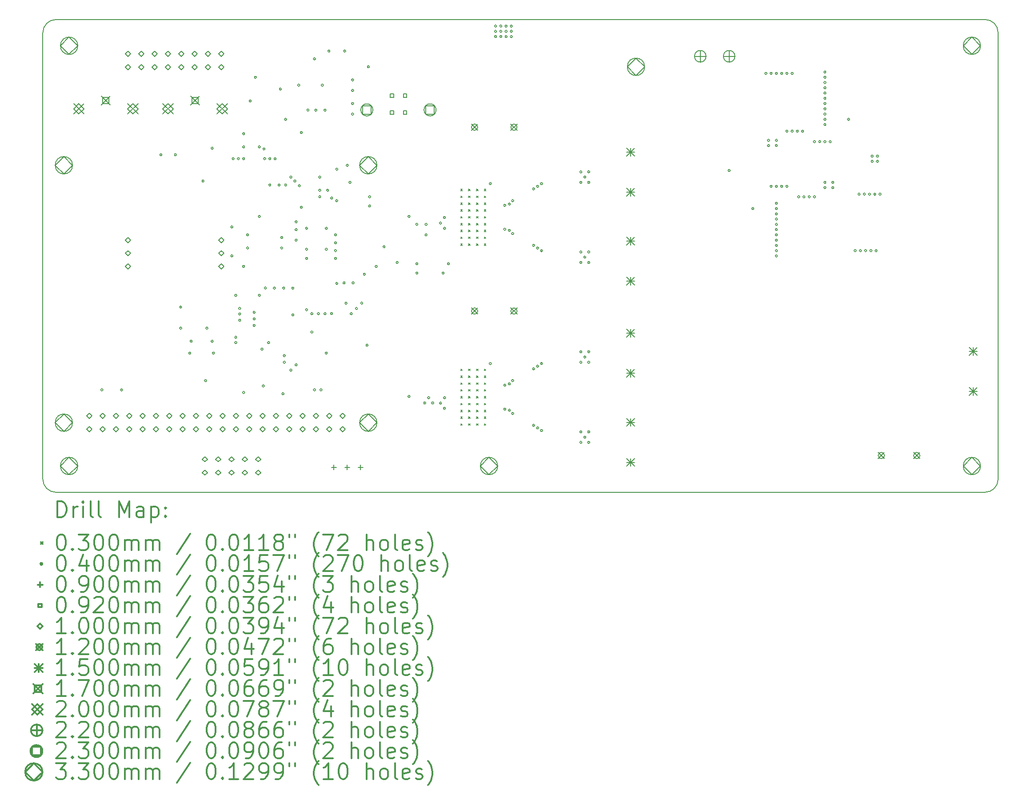
<source format=gbr>
%FSLAX45Y45*%
G04 Gerber Fmt 4.5, Leading zero omitted, Abs format (unit mm)*
G04 Created by KiCad (PCBNEW (5.1.10)-1) date 2021-05-07 16:49:23*
%MOMM*%
%LPD*%
G01*
G04 APERTURE LIST*
%TA.AperFunction,Profile*%
%ADD10C,0.150000*%
%TD*%
%ADD11C,0.200000*%
%ADD12C,0.300000*%
G04 APERTURE END LIST*
D10*
X6250000Y-15000000D02*
G75*
G02*
X6000000Y-14750000I0J250000D01*
G01*
X24200000Y-14750000D02*
G75*
G02*
X23950000Y-15000000I-250000J0D01*
G01*
X23950000Y-6000000D02*
G75*
G02*
X24200000Y-6250000I0J-250000D01*
G01*
X6000000Y-6250000D02*
G75*
G02*
X6250000Y-6000000I250000J0D01*
G01*
X6250000Y-15000000D02*
X23950000Y-15000000D01*
X6000000Y-6250000D02*
X6000000Y-14750000D01*
X23950000Y-6000000D02*
X6250000Y-6000000D01*
X24200000Y-14750000D02*
X24200000Y-6250000D01*
D11*
X13960000Y-9230000D02*
X13990000Y-9260000D01*
X13990000Y-9230000D02*
X13960000Y-9260000D01*
X13960000Y-9360000D02*
X13990000Y-9390000D01*
X13990000Y-9360000D02*
X13960000Y-9390000D01*
X13960000Y-9490000D02*
X13990000Y-9520000D01*
X13990000Y-9490000D02*
X13960000Y-9520000D01*
X13960000Y-9620000D02*
X13990000Y-9650000D01*
X13990000Y-9620000D02*
X13960000Y-9650000D01*
X13960000Y-9750000D02*
X13990000Y-9780000D01*
X13990000Y-9750000D02*
X13960000Y-9780000D01*
X13960000Y-9880000D02*
X13990000Y-9910000D01*
X13990000Y-9880000D02*
X13960000Y-9910000D01*
X13960000Y-10010000D02*
X13990000Y-10040000D01*
X13990000Y-10010000D02*
X13960000Y-10040000D01*
X13960000Y-10140000D02*
X13990000Y-10170000D01*
X13990000Y-10140000D02*
X13960000Y-10170000D01*
X13960000Y-10270000D02*
X13990000Y-10300000D01*
X13990000Y-10270000D02*
X13960000Y-10300000D01*
X13960000Y-12655000D02*
X13990000Y-12685000D01*
X13990000Y-12655000D02*
X13960000Y-12685000D01*
X13960000Y-12785000D02*
X13990000Y-12815000D01*
X13990000Y-12785000D02*
X13960000Y-12815000D01*
X13960000Y-12915000D02*
X13990000Y-12945000D01*
X13990000Y-12915000D02*
X13960000Y-12945000D01*
X13960000Y-13045000D02*
X13990000Y-13075000D01*
X13990000Y-13045000D02*
X13960000Y-13075000D01*
X13960000Y-13175000D02*
X13990000Y-13205000D01*
X13990000Y-13175000D02*
X13960000Y-13205000D01*
X13960000Y-13305000D02*
X13990000Y-13335000D01*
X13990000Y-13305000D02*
X13960000Y-13335000D01*
X13960000Y-13435000D02*
X13990000Y-13465000D01*
X13990000Y-13435000D02*
X13960000Y-13465000D01*
X13960000Y-13565000D02*
X13990000Y-13595000D01*
X13990000Y-13565000D02*
X13960000Y-13595000D01*
X13960000Y-13695000D02*
X13990000Y-13725000D01*
X13990000Y-13695000D02*
X13960000Y-13725000D01*
X14110000Y-9230000D02*
X14140000Y-9260000D01*
X14140000Y-9230000D02*
X14110000Y-9260000D01*
X14110000Y-9360000D02*
X14140000Y-9390000D01*
X14140000Y-9360000D02*
X14110000Y-9390000D01*
X14110000Y-9490000D02*
X14140000Y-9520000D01*
X14140000Y-9490000D02*
X14110000Y-9520000D01*
X14110000Y-9620000D02*
X14140000Y-9650000D01*
X14140000Y-9620000D02*
X14110000Y-9650000D01*
X14110000Y-9750000D02*
X14140000Y-9780000D01*
X14140000Y-9750000D02*
X14110000Y-9780000D01*
X14110000Y-9880000D02*
X14140000Y-9910000D01*
X14140000Y-9880000D02*
X14110000Y-9910000D01*
X14110000Y-10010000D02*
X14140000Y-10040000D01*
X14140000Y-10010000D02*
X14110000Y-10040000D01*
X14110000Y-10140000D02*
X14140000Y-10170000D01*
X14140000Y-10140000D02*
X14110000Y-10170000D01*
X14110000Y-10270000D02*
X14140000Y-10300000D01*
X14140000Y-10270000D02*
X14110000Y-10300000D01*
X14110000Y-12655000D02*
X14140000Y-12685000D01*
X14140000Y-12655000D02*
X14110000Y-12685000D01*
X14110000Y-12785000D02*
X14140000Y-12815000D01*
X14140000Y-12785000D02*
X14110000Y-12815000D01*
X14110000Y-12915000D02*
X14140000Y-12945000D01*
X14140000Y-12915000D02*
X14110000Y-12945000D01*
X14110000Y-13045000D02*
X14140000Y-13075000D01*
X14140000Y-13045000D02*
X14110000Y-13075000D01*
X14110000Y-13175000D02*
X14140000Y-13205000D01*
X14140000Y-13175000D02*
X14110000Y-13205000D01*
X14110000Y-13305000D02*
X14140000Y-13335000D01*
X14140000Y-13305000D02*
X14110000Y-13335000D01*
X14110000Y-13435000D02*
X14140000Y-13465000D01*
X14140000Y-13435000D02*
X14110000Y-13465000D01*
X14110000Y-13565000D02*
X14140000Y-13595000D01*
X14140000Y-13565000D02*
X14110000Y-13595000D01*
X14110000Y-13695000D02*
X14140000Y-13725000D01*
X14140000Y-13695000D02*
X14110000Y-13725000D01*
X14260000Y-9230000D02*
X14290000Y-9260000D01*
X14290000Y-9230000D02*
X14260000Y-9260000D01*
X14260000Y-9360000D02*
X14290000Y-9390000D01*
X14290000Y-9360000D02*
X14260000Y-9390000D01*
X14260000Y-9490000D02*
X14290000Y-9520000D01*
X14290000Y-9490000D02*
X14260000Y-9520000D01*
X14260000Y-9620000D02*
X14290000Y-9650000D01*
X14290000Y-9620000D02*
X14260000Y-9650000D01*
X14260000Y-9750000D02*
X14290000Y-9780000D01*
X14290000Y-9750000D02*
X14260000Y-9780000D01*
X14260000Y-9880000D02*
X14290000Y-9910000D01*
X14290000Y-9880000D02*
X14260000Y-9910000D01*
X14260000Y-10010000D02*
X14290000Y-10040000D01*
X14290000Y-10010000D02*
X14260000Y-10040000D01*
X14260000Y-10140000D02*
X14290000Y-10170000D01*
X14290000Y-10140000D02*
X14260000Y-10170000D01*
X14260000Y-10270000D02*
X14290000Y-10300000D01*
X14290000Y-10270000D02*
X14260000Y-10300000D01*
X14260000Y-12655000D02*
X14290000Y-12685000D01*
X14290000Y-12655000D02*
X14260000Y-12685000D01*
X14260000Y-12785000D02*
X14290000Y-12815000D01*
X14290000Y-12785000D02*
X14260000Y-12815000D01*
X14260000Y-12915000D02*
X14290000Y-12945000D01*
X14290000Y-12915000D02*
X14260000Y-12945000D01*
X14260000Y-13045000D02*
X14290000Y-13075000D01*
X14290000Y-13045000D02*
X14260000Y-13075000D01*
X14260000Y-13175000D02*
X14290000Y-13205000D01*
X14290000Y-13175000D02*
X14260000Y-13205000D01*
X14260000Y-13305000D02*
X14290000Y-13335000D01*
X14290000Y-13305000D02*
X14260000Y-13335000D01*
X14260000Y-13435000D02*
X14290000Y-13465000D01*
X14290000Y-13435000D02*
X14260000Y-13465000D01*
X14260000Y-13565000D02*
X14290000Y-13595000D01*
X14290000Y-13565000D02*
X14260000Y-13595000D01*
X14260000Y-13695000D02*
X14290000Y-13725000D01*
X14290000Y-13695000D02*
X14260000Y-13725000D01*
X14410000Y-9230000D02*
X14440000Y-9260000D01*
X14440000Y-9230000D02*
X14410000Y-9260000D01*
X14410000Y-9360000D02*
X14440000Y-9390000D01*
X14440000Y-9360000D02*
X14410000Y-9390000D01*
X14410000Y-9490000D02*
X14440000Y-9520000D01*
X14440000Y-9490000D02*
X14410000Y-9520000D01*
X14410000Y-9620000D02*
X14440000Y-9650000D01*
X14440000Y-9620000D02*
X14410000Y-9650000D01*
X14410000Y-9750000D02*
X14440000Y-9780000D01*
X14440000Y-9750000D02*
X14410000Y-9780000D01*
X14410000Y-9880000D02*
X14440000Y-9910000D01*
X14440000Y-9880000D02*
X14410000Y-9910000D01*
X14410000Y-10010000D02*
X14440000Y-10040000D01*
X14440000Y-10010000D02*
X14410000Y-10040000D01*
X14410000Y-10140000D02*
X14440000Y-10170000D01*
X14440000Y-10140000D02*
X14410000Y-10170000D01*
X14410000Y-10270000D02*
X14440000Y-10300000D01*
X14440000Y-10270000D02*
X14410000Y-10300000D01*
X14410000Y-12655000D02*
X14440000Y-12685000D01*
X14440000Y-12655000D02*
X14410000Y-12685000D01*
X14410000Y-12785000D02*
X14440000Y-12815000D01*
X14440000Y-12785000D02*
X14410000Y-12815000D01*
X14410000Y-12915000D02*
X14440000Y-12945000D01*
X14440000Y-12915000D02*
X14410000Y-12945000D01*
X14410000Y-13045000D02*
X14440000Y-13075000D01*
X14440000Y-13045000D02*
X14410000Y-13075000D01*
X14410000Y-13175000D02*
X14440000Y-13205000D01*
X14440000Y-13175000D02*
X14410000Y-13205000D01*
X14410000Y-13305000D02*
X14440000Y-13335000D01*
X14440000Y-13305000D02*
X14410000Y-13335000D01*
X14410000Y-13435000D02*
X14440000Y-13465000D01*
X14440000Y-13435000D02*
X14410000Y-13465000D01*
X14410000Y-13565000D02*
X14440000Y-13595000D01*
X14440000Y-13565000D02*
X14410000Y-13595000D01*
X14410000Y-13695000D02*
X14440000Y-13725000D01*
X14440000Y-13695000D02*
X14410000Y-13725000D01*
X7145001Y-13050000D02*
G75*
G03*
X7145001Y-13050000I-20000J0D01*
G01*
X7520000Y-13052501D02*
G75*
G03*
X7520000Y-13052501I-20000J0D01*
G01*
X8270000Y-8575000D02*
G75*
G03*
X8270000Y-8575000I-20000J0D01*
G01*
X8545000Y-8575000D02*
G75*
G03*
X8545000Y-8575000I-20000J0D01*
G01*
X8645000Y-11475000D02*
G75*
G03*
X8645000Y-11475000I-20000J0D01*
G01*
X8645000Y-11875000D02*
G75*
G03*
X8645000Y-11875000I-20000J0D01*
G01*
X8820000Y-12350000D02*
G75*
G03*
X8820000Y-12350000I-20000J0D01*
G01*
X8845000Y-12125000D02*
G75*
G03*
X8845000Y-12125000I-20000J0D01*
G01*
X9070000Y-9075000D02*
G75*
G03*
X9070000Y-9075000I-20000J0D01*
G01*
X9120010Y-12875000D02*
G75*
G03*
X9120010Y-12875000I-20000J0D01*
G01*
X9145000Y-11875000D02*
G75*
G03*
X9145000Y-11875000I-20000J0D01*
G01*
X9245000Y-8450000D02*
G75*
G03*
X9245000Y-8450000I-20000J0D01*
G01*
X9245000Y-12125000D02*
G75*
G03*
X9245000Y-12125000I-20000J0D01*
G01*
X9270000Y-12350000D02*
G75*
G03*
X9270000Y-12350000I-20000J0D01*
G01*
X9620000Y-9950000D02*
G75*
G03*
X9620000Y-9950000I-20000J0D01*
G01*
X9620000Y-10500000D02*
G75*
G03*
X9620000Y-10500000I-20000J0D01*
G01*
X9645000Y-8650000D02*
G75*
G03*
X9645000Y-8650000I-20000J0D01*
G01*
X9695000Y-11250000D02*
G75*
G03*
X9695000Y-11250000I-20000J0D01*
G01*
X9695000Y-12050000D02*
G75*
G03*
X9695000Y-12050000I-20000J0D01*
G01*
X9695000Y-12150001D02*
G75*
G03*
X9695000Y-12150001I-20000J0D01*
G01*
X9745000Y-8650000D02*
G75*
G03*
X9745000Y-8650000I-20000J0D01*
G01*
X9770000Y-11500000D02*
G75*
G03*
X9770000Y-11500000I-20000J0D01*
G01*
X9770000Y-11605000D02*
G75*
G03*
X9770000Y-11605000I-20000J0D01*
G01*
X9770000Y-11725000D02*
G75*
G03*
X9770000Y-11725000I-20000J0D01*
G01*
X9845000Y-8175000D02*
G75*
G03*
X9845000Y-8175000I-20000J0D01*
G01*
X9845000Y-8425000D02*
G75*
G03*
X9845000Y-8425000I-20000J0D01*
G01*
X9845000Y-8650000D02*
G75*
G03*
X9845000Y-8650000I-20000J0D01*
G01*
X9845000Y-10700000D02*
G75*
G03*
X9845000Y-10700000I-20000J0D01*
G01*
X9845000Y-13100000D02*
G75*
G03*
X9845000Y-13100000I-20000J0D01*
G01*
X9920000Y-10100000D02*
G75*
G03*
X9920000Y-10100000I-20000J0D01*
G01*
X9920000Y-10350000D02*
G75*
G03*
X9920000Y-10350000I-20000J0D01*
G01*
X9970000Y-7550000D02*
G75*
G03*
X9970000Y-7550000I-20000J0D01*
G01*
X10045000Y-11575000D02*
G75*
G03*
X10045000Y-11575000I-20000J0D01*
G01*
X10045000Y-11700000D02*
G75*
G03*
X10045000Y-11700000I-20000J0D01*
G01*
X10045000Y-11825000D02*
G75*
G03*
X10045000Y-11825000I-20000J0D01*
G01*
X10070000Y-7100000D02*
G75*
G03*
X10070000Y-7100000I-20000J0D01*
G01*
X10145000Y-8425001D02*
G75*
G03*
X10145000Y-8425001I-20000J0D01*
G01*
X10145000Y-9750000D02*
G75*
G03*
X10145000Y-9750000I-20000J0D01*
G01*
X10145000Y-11250000D02*
G75*
G03*
X10145000Y-11250000I-20000J0D01*
G01*
X10195000Y-12275000D02*
G75*
G03*
X10195000Y-12275000I-20000J0D01*
G01*
X10220000Y-12975000D02*
G75*
G03*
X10220000Y-12975000I-20000J0D01*
G01*
X10232500Y-8462502D02*
G75*
G03*
X10232500Y-8462502I-20000J0D01*
G01*
X10245000Y-8650000D02*
G75*
G03*
X10245000Y-8650000I-20000J0D01*
G01*
X10258750Y-11111250D02*
G75*
G03*
X10258750Y-11111250I-20000J0D01*
G01*
X10320000Y-12150000D02*
G75*
G03*
X10320000Y-12150000I-20000J0D01*
G01*
X10345000Y-8650000D02*
G75*
G03*
X10345000Y-8650000I-20000J0D01*
G01*
X10345000Y-9150000D02*
G75*
G03*
X10345000Y-9150000I-20000J0D01*
G01*
X10431250Y-11113750D02*
G75*
G03*
X10431250Y-11113750I-20000J0D01*
G01*
X10445000Y-8650000D02*
G75*
G03*
X10445000Y-8650000I-20000J0D01*
G01*
X10520000Y-9150000D02*
G75*
G03*
X10520000Y-9150000I-20000J0D01*
G01*
X10545000Y-7325000D02*
G75*
G03*
X10545000Y-7325000I-20000J0D01*
G01*
X10570000Y-10150000D02*
G75*
G03*
X10570000Y-10150000I-20000J0D01*
G01*
X10570000Y-10350000D02*
G75*
G03*
X10570000Y-10350000I-20000J0D01*
G01*
X10595000Y-13125000D02*
G75*
G03*
X10595000Y-13125000I-20000J0D01*
G01*
X10608750Y-11111250D02*
G75*
G03*
X10608750Y-11111250I-20000J0D01*
G01*
X10620000Y-12400000D02*
G75*
G03*
X10620000Y-12400000I-20000J0D01*
G01*
X10620000Y-12525000D02*
G75*
G03*
X10620000Y-12525000I-20000J0D01*
G01*
X10645000Y-7900000D02*
G75*
G03*
X10645000Y-7900000I-20000J0D01*
G01*
X10645000Y-9150000D02*
G75*
G03*
X10645000Y-9150000I-20000J0D01*
G01*
X10745000Y-12675000D02*
G75*
G03*
X10745000Y-12675000I-20000J0D01*
G01*
X10745002Y-9000002D02*
G75*
G03*
X10745002Y-9000002I-20000J0D01*
G01*
X10781250Y-11113750D02*
G75*
G03*
X10781250Y-11113750I-20000J0D01*
G01*
X10782500Y-11625000D02*
G75*
G03*
X10782500Y-11625000I-20000J0D01*
G01*
X10819997Y-9075003D02*
G75*
G03*
X10819997Y-9075003I-20000J0D01*
G01*
X10845000Y-9850000D02*
G75*
G03*
X10845000Y-9850000I-20000J0D01*
G01*
X10845000Y-10000000D02*
G75*
G03*
X10845000Y-10000000I-20000J0D01*
G01*
X10845000Y-10200000D02*
G75*
G03*
X10845000Y-10200000I-20000J0D01*
G01*
X10845000Y-12575000D02*
G75*
G03*
X10845000Y-12575000I-20000J0D01*
G01*
X10895000Y-7250000D02*
G75*
G03*
X10895000Y-7250000I-20000J0D01*
G01*
X10906250Y-9163748D02*
G75*
G03*
X10906250Y-9163748I-20000J0D01*
G01*
X10945000Y-8150000D02*
G75*
G03*
X10945000Y-8150000I-20000J0D01*
G01*
X10945000Y-9575000D02*
G75*
G03*
X10945000Y-9575000I-20000J0D01*
G01*
X11045000Y-9975000D02*
G75*
G03*
X11045000Y-9975000I-20000J0D01*
G01*
X11045000Y-10375000D02*
G75*
G03*
X11045000Y-10375000I-20000J0D01*
G01*
X11045000Y-10550000D02*
G75*
G03*
X11045000Y-10550000I-20000J0D01*
G01*
X11045000Y-11525000D02*
G75*
G03*
X11045000Y-11525000I-20000J0D01*
G01*
X11070000Y-7725000D02*
G75*
G03*
X11070000Y-7725000I-20000J0D01*
G01*
X11145000Y-11600000D02*
G75*
G03*
X11145000Y-11600000I-20000J0D01*
G01*
X11145000Y-11949998D02*
G75*
G03*
X11145000Y-11949998I-20000J0D01*
G01*
X11195000Y-6750002D02*
G75*
G03*
X11195000Y-6750002I-20000J0D01*
G01*
X11195000Y-13050000D02*
G75*
G03*
X11195000Y-13050000I-20000J0D01*
G01*
X11219996Y-7725000D02*
G75*
G03*
X11219996Y-7725000I-20000J0D01*
G01*
X11270000Y-11600000D02*
G75*
G03*
X11270000Y-11600000I-20000J0D01*
G01*
X11294999Y-8999999D02*
G75*
G03*
X11294999Y-8999999I-20000J0D01*
G01*
X11295000Y-9250000D02*
G75*
G03*
X11295000Y-9250000I-20000J0D01*
G01*
X11295000Y-9375000D02*
G75*
G03*
X11295000Y-9375000I-20000J0D01*
G01*
X11320000Y-13050000D02*
G75*
G03*
X11320000Y-13050000I-20000J0D01*
G01*
X11345000Y-7249996D02*
G75*
G03*
X11345000Y-7249996I-20000J0D01*
G01*
X11395000Y-7725000D02*
G75*
G03*
X11395000Y-7725000I-20000J0D01*
G01*
X11395000Y-11600000D02*
G75*
G03*
X11395000Y-11600000I-20000J0D01*
G01*
X11420000Y-9975000D02*
G75*
G03*
X11420000Y-9975000I-20000J0D01*
G01*
X11420000Y-10375000D02*
G75*
G03*
X11420000Y-10375000I-20000J0D01*
G01*
X11420001Y-12350000D02*
G75*
G03*
X11420001Y-12350000I-20000J0D01*
G01*
X11445000Y-9250001D02*
G75*
G03*
X11445000Y-9250001I-20000J0D01*
G01*
X11470000Y-6600000D02*
G75*
G03*
X11470000Y-6600000I-20000J0D01*
G01*
X11520000Y-11600000D02*
G75*
G03*
X11520000Y-11600000I-20000J0D01*
G01*
X11522500Y-9400000D02*
G75*
G03*
X11522500Y-9400000I-20000J0D01*
G01*
X11595000Y-10100000D02*
G75*
G03*
X11595000Y-10100000I-20000J0D01*
G01*
X11595000Y-10250000D02*
G75*
G03*
X11595000Y-10250000I-20000J0D01*
G01*
X11595000Y-10400000D02*
G75*
G03*
X11595000Y-10400000I-20000J0D01*
G01*
X11595000Y-10550000D02*
G75*
G03*
X11595000Y-10550000I-20000J0D01*
G01*
X11617500Y-9450000D02*
G75*
G03*
X11617500Y-9450000I-20000J0D01*
G01*
X11620000Y-8850000D02*
G75*
G03*
X11620000Y-8850000I-20000J0D01*
G01*
X11620002Y-11025000D02*
G75*
G03*
X11620002Y-11025000I-20000J0D01*
G01*
X11758750Y-11013750D02*
G75*
G03*
X11758750Y-11013750I-20000J0D01*
G01*
X11769998Y-6600000D02*
G75*
G03*
X11769998Y-6600000I-20000J0D01*
G01*
X11795000Y-11400000D02*
G75*
G03*
X11795000Y-11400000I-20000J0D01*
G01*
X11820000Y-8775002D02*
G75*
G03*
X11820000Y-8775002I-20000J0D01*
G01*
X11870000Y-9100000D02*
G75*
G03*
X11870000Y-9100000I-20000J0D01*
G01*
X11895000Y-11600002D02*
G75*
G03*
X11895000Y-11600002I-20000J0D01*
G01*
X11920000Y-7150000D02*
G75*
G03*
X11920000Y-7150000I-20000J0D01*
G01*
X11920000Y-7350000D02*
G75*
G03*
X11920000Y-7350000I-20000J0D01*
G01*
X11920000Y-7600000D02*
G75*
G03*
X11920000Y-7600000I-20000J0D01*
G01*
X11920000Y-7800000D02*
G75*
G03*
X11920000Y-7800000I-20000J0D01*
G01*
X11931250Y-11013750D02*
G75*
G03*
X11931250Y-11013750I-20000J0D01*
G01*
X11995000Y-11500000D02*
G75*
G03*
X11995000Y-11500000I-20000J0D01*
G01*
X12095000Y-11400000D02*
G75*
G03*
X12095000Y-11400000I-20000J0D01*
G01*
X12145000Y-10850000D02*
G75*
G03*
X12145000Y-10850000I-20000J0D01*
G01*
X12195000Y-12200000D02*
G75*
G03*
X12195000Y-12200000I-20000J0D01*
G01*
X12220000Y-6900000D02*
G75*
G03*
X12220000Y-6900000I-20000J0D01*
G01*
X12245000Y-9375000D02*
G75*
G03*
X12245000Y-9375000I-20000J0D01*
G01*
X12245000Y-9550000D02*
G75*
G03*
X12245000Y-9550000I-20000J0D01*
G01*
X12370000Y-10700000D02*
G75*
G03*
X12370000Y-10700000I-20000J0D01*
G01*
X12520000Y-10325000D02*
G75*
G03*
X12520000Y-10325000I-20000J0D01*
G01*
X12770000Y-10624999D02*
G75*
G03*
X12770000Y-10624999I-20000J0D01*
G01*
X12994999Y-9750001D02*
G75*
G03*
X12994999Y-9750001I-20000J0D01*
G01*
X12995000Y-13175000D02*
G75*
G03*
X12995000Y-13175000I-20000J0D01*
G01*
X13144998Y-9900000D02*
G75*
G03*
X13144998Y-9900000I-20000J0D01*
G01*
X13145000Y-10650000D02*
G75*
G03*
X13145000Y-10650000I-20000J0D01*
G01*
X13145000Y-10825000D02*
G75*
G03*
X13145000Y-10825000I-20000J0D01*
G01*
X13295000Y-13300000D02*
G75*
G03*
X13295000Y-13300000I-20000J0D01*
G01*
X13319999Y-10100001D02*
G75*
G03*
X13319999Y-10100001I-20000J0D01*
G01*
X13320001Y-9900000D02*
G75*
G03*
X13320001Y-9900000I-20000J0D01*
G01*
X13370000Y-13200000D02*
G75*
G03*
X13370000Y-13200000I-20000J0D01*
G01*
X13445000Y-13300000D02*
G75*
G03*
X13445000Y-13300000I-20000J0D01*
G01*
X13594998Y-13302497D02*
G75*
G03*
X13594998Y-13302497I-20000J0D01*
G01*
X13595000Y-9875000D02*
G75*
G03*
X13595000Y-9875000I-20000J0D01*
G01*
X13644999Y-10825000D02*
G75*
G03*
X13644999Y-10825000I-20000J0D01*
G01*
X13670000Y-9770199D02*
G75*
G03*
X13670000Y-9770199I-20000J0D01*
G01*
X13670000Y-13400000D02*
G75*
G03*
X13670000Y-13400000I-20000J0D01*
G01*
X13672500Y-9975000D02*
G75*
G03*
X13672500Y-9975000I-20000J0D01*
G01*
X13672501Y-13200000D02*
G75*
G03*
X13672501Y-13200000I-20000J0D01*
G01*
X13745000Y-10650000D02*
G75*
G03*
X13745000Y-10650000I-20000J0D01*
G01*
X14545000Y-9125000D02*
G75*
G03*
X14545000Y-9125000I-20000J0D01*
G01*
X14545000Y-12550000D02*
G75*
G03*
X14545000Y-12550000I-20000J0D01*
G01*
X14645000Y-6125000D02*
G75*
G03*
X14645000Y-6125000I-20000J0D01*
G01*
X14645000Y-6225000D02*
G75*
G03*
X14645000Y-6225000I-20000J0D01*
G01*
X14645000Y-6325000D02*
G75*
G03*
X14645000Y-6325000I-20000J0D01*
G01*
X14745000Y-6125000D02*
G75*
G03*
X14745000Y-6125000I-20000J0D01*
G01*
X14745000Y-6225000D02*
G75*
G03*
X14745000Y-6225000I-20000J0D01*
G01*
X14745000Y-6325000D02*
G75*
G03*
X14745000Y-6325000I-20000J0D01*
G01*
X14820000Y-9537500D02*
G75*
G03*
X14820000Y-9537500I-20000J0D01*
G01*
X14820000Y-9992500D02*
G75*
G03*
X14820000Y-9992500I-20000J0D01*
G01*
X14820000Y-12962500D02*
G75*
G03*
X14820000Y-12962500I-20000J0D01*
G01*
X14820000Y-13417500D02*
G75*
G03*
X14820000Y-13417500I-20000J0D01*
G01*
X14845000Y-6125000D02*
G75*
G03*
X14845000Y-6125000I-20000J0D01*
G01*
X14845000Y-6225000D02*
G75*
G03*
X14845000Y-6225000I-20000J0D01*
G01*
X14845000Y-6325000D02*
G75*
G03*
X14845000Y-6325000I-20000J0D01*
G01*
X14907500Y-9512500D02*
G75*
G03*
X14907500Y-9512500I-20000J0D01*
G01*
X14907500Y-10012500D02*
G75*
G03*
X14907500Y-10012500I-20000J0D01*
G01*
X14907500Y-12937500D02*
G75*
G03*
X14907500Y-12937500I-20000J0D01*
G01*
X14907500Y-13437500D02*
G75*
G03*
X14907500Y-13437500I-20000J0D01*
G01*
X14945000Y-6125000D02*
G75*
G03*
X14945000Y-6125000I-20000J0D01*
G01*
X14945000Y-6225000D02*
G75*
G03*
X14945000Y-6225000I-20000J0D01*
G01*
X14945000Y-6325000D02*
G75*
G03*
X14945000Y-6325000I-20000J0D01*
G01*
X14970000Y-9450000D02*
G75*
G03*
X14970000Y-9450000I-20000J0D01*
G01*
X14970000Y-10075000D02*
G75*
G03*
X14970000Y-10075000I-20000J0D01*
G01*
X14970000Y-12875000D02*
G75*
G03*
X14970000Y-12875000I-20000J0D01*
G01*
X14970000Y-13500000D02*
G75*
G03*
X14970000Y-13500000I-20000J0D01*
G01*
X15370000Y-9225000D02*
G75*
G03*
X15370000Y-9225000I-20000J0D01*
G01*
X15370000Y-10300000D02*
G75*
G03*
X15370000Y-10300000I-20000J0D01*
G01*
X15370000Y-12650000D02*
G75*
G03*
X15370000Y-12650000I-20000J0D01*
G01*
X15370000Y-13725000D02*
G75*
G03*
X15370000Y-13725000I-20000J0D01*
G01*
X15445000Y-9175000D02*
G75*
G03*
X15445000Y-9175000I-20000J0D01*
G01*
X15445000Y-10350000D02*
G75*
G03*
X15445000Y-10350000I-20000J0D01*
G01*
X15445000Y-12600000D02*
G75*
G03*
X15445000Y-12600000I-20000J0D01*
G01*
X15445000Y-13775000D02*
G75*
G03*
X15445000Y-13775000I-20000J0D01*
G01*
X15520000Y-9125000D02*
G75*
G03*
X15520000Y-9125000I-20000J0D01*
G01*
X15520000Y-10400000D02*
G75*
G03*
X15520000Y-10400000I-20000J0D01*
G01*
X15520000Y-12550000D02*
G75*
G03*
X15520000Y-12550000I-20000J0D01*
G01*
X15520000Y-13825000D02*
G75*
G03*
X15520000Y-13825000I-20000J0D01*
G01*
X16270000Y-8900000D02*
G75*
G03*
X16270000Y-8900000I-20000J0D01*
G01*
X16270000Y-9100000D02*
G75*
G03*
X16270000Y-9100000I-20000J0D01*
G01*
X16270000Y-10425000D02*
G75*
G03*
X16270000Y-10425000I-20000J0D01*
G01*
X16270000Y-10625000D02*
G75*
G03*
X16270000Y-10625000I-20000J0D01*
G01*
X16270000Y-12325000D02*
G75*
G03*
X16270000Y-12325000I-20000J0D01*
G01*
X16270000Y-12525000D02*
G75*
G03*
X16270000Y-12525000I-20000J0D01*
G01*
X16270000Y-13850000D02*
G75*
G03*
X16270000Y-13850000I-20000J0D01*
G01*
X16270000Y-14050000D02*
G75*
G03*
X16270000Y-14050000I-20000J0D01*
G01*
X16345000Y-9000000D02*
G75*
G03*
X16345000Y-9000000I-20000J0D01*
G01*
X16345000Y-10525000D02*
G75*
G03*
X16345000Y-10525000I-20000J0D01*
G01*
X16345000Y-12425000D02*
G75*
G03*
X16345000Y-12425000I-20000J0D01*
G01*
X16345000Y-13950000D02*
G75*
G03*
X16345000Y-13950000I-20000J0D01*
G01*
X16420000Y-8900000D02*
G75*
G03*
X16420000Y-8900000I-20000J0D01*
G01*
X16420000Y-9100000D02*
G75*
G03*
X16420000Y-9100000I-20000J0D01*
G01*
X16420000Y-10425000D02*
G75*
G03*
X16420000Y-10425000I-20000J0D01*
G01*
X16420000Y-10625000D02*
G75*
G03*
X16420000Y-10625000I-20000J0D01*
G01*
X16420000Y-12325000D02*
G75*
G03*
X16420000Y-12325000I-20000J0D01*
G01*
X16420000Y-12525000D02*
G75*
G03*
X16420000Y-12525000I-20000J0D01*
G01*
X16420000Y-13850000D02*
G75*
G03*
X16420000Y-13850000I-20000J0D01*
G01*
X16420000Y-14050000D02*
G75*
G03*
X16420000Y-14050000I-20000J0D01*
G01*
X19095000Y-8875000D02*
G75*
G03*
X19095000Y-8875000I-20000J0D01*
G01*
X19545000Y-9599999D02*
G75*
G03*
X19545000Y-9599999I-20000J0D01*
G01*
X19795000Y-7025000D02*
G75*
G03*
X19795000Y-7025000I-20000J0D01*
G01*
X19845000Y-8300000D02*
G75*
G03*
X19845000Y-8300000I-20000J0D01*
G01*
X19845000Y-8400000D02*
G75*
G03*
X19845000Y-8400000I-20000J0D01*
G01*
X19895000Y-7025000D02*
G75*
G03*
X19895000Y-7025000I-20000J0D01*
G01*
X19895000Y-9175000D02*
G75*
G03*
X19895000Y-9175000I-20000J0D01*
G01*
X19995000Y-7025000D02*
G75*
G03*
X19995000Y-7025000I-20000J0D01*
G01*
X19995000Y-8300000D02*
G75*
G03*
X19995000Y-8300000I-20000J0D01*
G01*
X19995000Y-8400000D02*
G75*
G03*
X19995000Y-8400000I-20000J0D01*
G01*
X19995000Y-9175000D02*
G75*
G03*
X19995000Y-9175000I-20000J0D01*
G01*
X19995000Y-9500000D02*
G75*
G03*
X19995000Y-9500000I-20000J0D01*
G01*
X19995000Y-9600000D02*
G75*
G03*
X19995000Y-9600000I-20000J0D01*
G01*
X19995000Y-9700000D02*
G75*
G03*
X19995000Y-9700000I-20000J0D01*
G01*
X19995000Y-9800000D02*
G75*
G03*
X19995000Y-9800000I-20000J0D01*
G01*
X19995000Y-9900000D02*
G75*
G03*
X19995000Y-9900000I-20000J0D01*
G01*
X19995000Y-10000000D02*
G75*
G03*
X19995000Y-10000000I-20000J0D01*
G01*
X19995000Y-10100000D02*
G75*
G03*
X19995000Y-10100000I-20000J0D01*
G01*
X19995000Y-10200000D02*
G75*
G03*
X19995000Y-10200000I-20000J0D01*
G01*
X19995000Y-10300000D02*
G75*
G03*
X19995000Y-10300000I-20000J0D01*
G01*
X19995000Y-10400000D02*
G75*
G03*
X19995000Y-10400000I-20000J0D01*
G01*
X19995000Y-10500000D02*
G75*
G03*
X19995000Y-10500000I-20000J0D01*
G01*
X20095000Y-7025000D02*
G75*
G03*
X20095000Y-7025000I-20000J0D01*
G01*
X20095000Y-9175000D02*
G75*
G03*
X20095000Y-9175000I-20000J0D01*
G01*
X20195000Y-7025000D02*
G75*
G03*
X20195000Y-7025000I-20000J0D01*
G01*
X20195000Y-8125000D02*
G75*
G03*
X20195000Y-8125000I-20000J0D01*
G01*
X20195000Y-9175000D02*
G75*
G03*
X20195000Y-9175000I-20000J0D01*
G01*
X20295000Y-7025000D02*
G75*
G03*
X20295000Y-7025000I-20000J0D01*
G01*
X20295000Y-8125000D02*
G75*
G03*
X20295000Y-8125000I-20000J0D01*
G01*
X20395000Y-8125000D02*
G75*
G03*
X20395000Y-8125000I-20000J0D01*
G01*
X20420000Y-9375000D02*
G75*
G03*
X20420000Y-9375000I-20000J0D01*
G01*
X20495000Y-8125000D02*
G75*
G03*
X20495000Y-8125000I-20000J0D01*
G01*
X20520000Y-9375000D02*
G75*
G03*
X20520000Y-9375000I-20000J0D01*
G01*
X20620000Y-9375000D02*
G75*
G03*
X20620000Y-9375000I-20000J0D01*
G01*
X20720000Y-8325000D02*
G75*
G03*
X20720000Y-8325000I-20000J0D01*
G01*
X20720000Y-9375000D02*
G75*
G03*
X20720000Y-9375000I-20000J0D01*
G01*
X20820000Y-8325000D02*
G75*
G03*
X20820000Y-8325000I-20000J0D01*
G01*
X20920000Y-7000000D02*
G75*
G03*
X20920000Y-7000000I-20000J0D01*
G01*
X20920000Y-7100000D02*
G75*
G03*
X20920000Y-7100000I-20000J0D01*
G01*
X20920000Y-7200000D02*
G75*
G03*
X20920000Y-7200000I-20000J0D01*
G01*
X20920000Y-7300000D02*
G75*
G03*
X20920000Y-7300000I-20000J0D01*
G01*
X20920000Y-7400000D02*
G75*
G03*
X20920000Y-7400000I-20000J0D01*
G01*
X20920000Y-7500000D02*
G75*
G03*
X20920000Y-7500000I-20000J0D01*
G01*
X20920000Y-7600000D02*
G75*
G03*
X20920000Y-7600000I-20000J0D01*
G01*
X20920000Y-7700000D02*
G75*
G03*
X20920000Y-7700000I-20000J0D01*
G01*
X20920000Y-7800000D02*
G75*
G03*
X20920000Y-7800000I-20000J0D01*
G01*
X20920000Y-7900000D02*
G75*
G03*
X20920000Y-7900000I-20000J0D01*
G01*
X20920000Y-8000000D02*
G75*
G03*
X20920000Y-8000000I-20000J0D01*
G01*
X20920000Y-8325000D02*
G75*
G03*
X20920000Y-8325000I-20000J0D01*
G01*
X20920000Y-9100000D02*
G75*
G03*
X20920000Y-9100000I-20000J0D01*
G01*
X20920000Y-9200000D02*
G75*
G03*
X20920000Y-9200000I-20000J0D01*
G01*
X21020000Y-8325000D02*
G75*
G03*
X21020000Y-8325000I-20000J0D01*
G01*
X21070000Y-9100000D02*
G75*
G03*
X21070000Y-9100000I-20000J0D01*
G01*
X21070000Y-9200000D02*
G75*
G03*
X21070000Y-9200000I-20000J0D01*
G01*
X21370001Y-7900000D02*
G75*
G03*
X21370001Y-7900000I-20000J0D01*
G01*
X21495000Y-10400000D02*
G75*
G03*
X21495000Y-10400000I-20000J0D01*
G01*
X21570000Y-9325000D02*
G75*
G03*
X21570000Y-9325000I-20000J0D01*
G01*
X21595000Y-10400000D02*
G75*
G03*
X21595000Y-10400000I-20000J0D01*
G01*
X21670000Y-9325000D02*
G75*
G03*
X21670000Y-9325000I-20000J0D01*
G01*
X21695000Y-10400000D02*
G75*
G03*
X21695000Y-10400000I-20000J0D01*
G01*
X21770000Y-9325000D02*
G75*
G03*
X21770000Y-9325000I-20000J0D01*
G01*
X21795000Y-10400000D02*
G75*
G03*
X21795000Y-10400000I-20000J0D01*
G01*
X21820000Y-8600000D02*
G75*
G03*
X21820000Y-8600000I-20000J0D01*
G01*
X21820000Y-8700000D02*
G75*
G03*
X21820000Y-8700000I-20000J0D01*
G01*
X21870000Y-9325000D02*
G75*
G03*
X21870000Y-9325000I-20000J0D01*
G01*
X21895000Y-10400000D02*
G75*
G03*
X21895000Y-10400000I-20000J0D01*
G01*
X21920000Y-8600000D02*
G75*
G03*
X21920000Y-8600000I-20000J0D01*
G01*
X21920000Y-8700000D02*
G75*
G03*
X21920000Y-8700000I-20000J0D01*
G01*
X21970000Y-9325000D02*
G75*
G03*
X21970000Y-9325000I-20000J0D01*
G01*
X11546000Y-14480000D02*
X11546000Y-14570000D01*
X11501000Y-14525000D02*
X11591000Y-14525000D01*
X11800000Y-14480000D02*
X11800000Y-14570000D01*
X11755000Y-14525000D02*
X11845000Y-14525000D01*
X12054000Y-14480000D02*
X12054000Y-14570000D01*
X12009000Y-14525000D02*
X12099000Y-14525000D01*
X12682527Y-7482527D02*
X12682527Y-7417473D01*
X12617473Y-7417473D01*
X12617473Y-7482527D01*
X12682527Y-7482527D01*
X12682527Y-7802527D02*
X12682527Y-7737473D01*
X12617473Y-7737473D01*
X12617473Y-7802527D01*
X12682527Y-7802527D01*
X12932527Y-7482527D02*
X12932527Y-7417473D01*
X12867473Y-7417473D01*
X12867473Y-7482527D01*
X12932527Y-7482527D01*
X12932527Y-7802527D02*
X12932527Y-7737473D01*
X12867473Y-7737473D01*
X12867473Y-7802527D01*
X12932527Y-7802527D01*
X6887000Y-13598000D02*
X6937000Y-13548000D01*
X6887000Y-13498000D01*
X6837000Y-13548000D01*
X6887000Y-13598000D01*
X6887000Y-13852000D02*
X6937000Y-13802000D01*
X6887000Y-13752000D01*
X6837000Y-13802000D01*
X6887000Y-13852000D01*
X7141000Y-13598000D02*
X7191000Y-13548000D01*
X7141000Y-13498000D01*
X7091000Y-13548000D01*
X7141000Y-13598000D01*
X7141000Y-13852000D02*
X7191000Y-13802000D01*
X7141000Y-13752000D01*
X7091000Y-13802000D01*
X7141000Y-13852000D01*
X7395000Y-13598000D02*
X7445000Y-13548000D01*
X7395000Y-13498000D01*
X7345000Y-13548000D01*
X7395000Y-13598000D01*
X7395000Y-13852000D02*
X7445000Y-13802000D01*
X7395000Y-13752000D01*
X7345000Y-13802000D01*
X7395000Y-13852000D01*
X7623500Y-6705000D02*
X7673500Y-6655000D01*
X7623500Y-6605000D01*
X7573500Y-6655000D01*
X7623500Y-6705000D01*
X7623500Y-6959000D02*
X7673500Y-6909000D01*
X7623500Y-6859000D01*
X7573500Y-6909000D01*
X7623500Y-6959000D01*
X7625000Y-10250000D02*
X7675000Y-10200000D01*
X7625000Y-10150000D01*
X7575000Y-10200000D01*
X7625000Y-10250000D01*
X7625000Y-10500000D02*
X7675000Y-10450000D01*
X7625000Y-10400000D01*
X7575000Y-10450000D01*
X7625000Y-10500000D01*
X7625000Y-10750000D02*
X7675000Y-10700000D01*
X7625000Y-10650000D01*
X7575000Y-10700000D01*
X7625000Y-10750000D01*
X7649000Y-13598000D02*
X7699000Y-13548000D01*
X7649000Y-13498000D01*
X7599000Y-13548000D01*
X7649000Y-13598000D01*
X7649000Y-13852000D02*
X7699000Y-13802000D01*
X7649000Y-13752000D01*
X7599000Y-13802000D01*
X7649000Y-13852000D01*
X7877500Y-6705000D02*
X7927500Y-6655000D01*
X7877500Y-6605000D01*
X7827500Y-6655000D01*
X7877500Y-6705000D01*
X7877500Y-6959000D02*
X7927500Y-6909000D01*
X7877500Y-6859000D01*
X7827500Y-6909000D01*
X7877500Y-6959000D01*
X7903000Y-13598000D02*
X7953000Y-13548000D01*
X7903000Y-13498000D01*
X7853000Y-13548000D01*
X7903000Y-13598000D01*
X7903000Y-13852000D02*
X7953000Y-13802000D01*
X7903000Y-13752000D01*
X7853000Y-13802000D01*
X7903000Y-13852000D01*
X8131500Y-6705000D02*
X8181500Y-6655000D01*
X8131500Y-6605000D01*
X8081500Y-6655000D01*
X8131500Y-6705000D01*
X8131500Y-6959000D02*
X8181500Y-6909000D01*
X8131500Y-6859000D01*
X8081500Y-6909000D01*
X8131500Y-6959000D01*
X8157000Y-13598000D02*
X8207000Y-13548000D01*
X8157000Y-13498000D01*
X8107000Y-13548000D01*
X8157000Y-13598000D01*
X8157000Y-13852000D02*
X8207000Y-13802000D01*
X8157000Y-13752000D01*
X8107000Y-13802000D01*
X8157000Y-13852000D01*
X8385500Y-6705000D02*
X8435500Y-6655000D01*
X8385500Y-6605000D01*
X8335500Y-6655000D01*
X8385500Y-6705000D01*
X8385500Y-6959000D02*
X8435500Y-6909000D01*
X8385500Y-6859000D01*
X8335500Y-6909000D01*
X8385500Y-6959000D01*
X8411000Y-13598000D02*
X8461000Y-13548000D01*
X8411000Y-13498000D01*
X8361000Y-13548000D01*
X8411000Y-13598000D01*
X8411000Y-13852000D02*
X8461000Y-13802000D01*
X8411000Y-13752000D01*
X8361000Y-13802000D01*
X8411000Y-13852000D01*
X8639500Y-6705000D02*
X8689500Y-6655000D01*
X8639500Y-6605000D01*
X8589500Y-6655000D01*
X8639500Y-6705000D01*
X8639500Y-6959000D02*
X8689500Y-6909000D01*
X8639500Y-6859000D01*
X8589500Y-6909000D01*
X8639500Y-6959000D01*
X8665000Y-13598000D02*
X8715000Y-13548000D01*
X8665000Y-13498000D01*
X8615000Y-13548000D01*
X8665000Y-13598000D01*
X8665000Y-13852000D02*
X8715000Y-13802000D01*
X8665000Y-13752000D01*
X8615000Y-13802000D01*
X8665000Y-13852000D01*
X8893500Y-6705000D02*
X8943500Y-6655000D01*
X8893500Y-6605000D01*
X8843500Y-6655000D01*
X8893500Y-6705000D01*
X8893500Y-6959000D02*
X8943500Y-6909000D01*
X8893500Y-6859000D01*
X8843500Y-6909000D01*
X8893500Y-6959000D01*
X8919000Y-13598000D02*
X8969000Y-13548000D01*
X8919000Y-13498000D01*
X8869000Y-13548000D01*
X8919000Y-13598000D01*
X8919000Y-13852000D02*
X8969000Y-13802000D01*
X8919000Y-13752000D01*
X8869000Y-13802000D01*
X8919000Y-13852000D01*
X9084000Y-14421000D02*
X9134000Y-14371000D01*
X9084000Y-14321000D01*
X9034000Y-14371000D01*
X9084000Y-14421000D01*
X9084000Y-14675000D02*
X9134000Y-14625000D01*
X9084000Y-14575000D01*
X9034000Y-14625000D01*
X9084000Y-14675000D01*
X9147500Y-6705000D02*
X9197500Y-6655000D01*
X9147500Y-6605000D01*
X9097500Y-6655000D01*
X9147500Y-6705000D01*
X9147500Y-6959000D02*
X9197500Y-6909000D01*
X9147500Y-6859000D01*
X9097500Y-6909000D01*
X9147500Y-6959000D01*
X9173000Y-13598000D02*
X9223000Y-13548000D01*
X9173000Y-13498000D01*
X9123000Y-13548000D01*
X9173000Y-13598000D01*
X9173000Y-13852000D02*
X9223000Y-13802000D01*
X9173000Y-13752000D01*
X9123000Y-13802000D01*
X9173000Y-13852000D01*
X9338000Y-14421000D02*
X9388000Y-14371000D01*
X9338000Y-14321000D01*
X9288000Y-14371000D01*
X9338000Y-14421000D01*
X9338000Y-14675000D02*
X9388000Y-14625000D01*
X9338000Y-14575000D01*
X9288000Y-14625000D01*
X9338000Y-14675000D01*
X9400000Y-10250000D02*
X9450000Y-10200000D01*
X9400000Y-10150000D01*
X9350000Y-10200000D01*
X9400000Y-10250000D01*
X9400000Y-10500000D02*
X9450000Y-10450000D01*
X9400000Y-10400000D01*
X9350000Y-10450000D01*
X9400000Y-10500000D01*
X9400000Y-10750000D02*
X9450000Y-10700000D01*
X9400000Y-10650000D01*
X9350000Y-10700000D01*
X9400000Y-10750000D01*
X9401500Y-6705000D02*
X9451500Y-6655000D01*
X9401500Y-6605000D01*
X9351500Y-6655000D01*
X9401500Y-6705000D01*
X9401500Y-6959000D02*
X9451500Y-6909000D01*
X9401500Y-6859000D01*
X9351500Y-6909000D01*
X9401500Y-6959000D01*
X9427000Y-13598000D02*
X9477000Y-13548000D01*
X9427000Y-13498000D01*
X9377000Y-13548000D01*
X9427000Y-13598000D01*
X9427000Y-13852000D02*
X9477000Y-13802000D01*
X9427000Y-13752000D01*
X9377000Y-13802000D01*
X9427000Y-13852000D01*
X9592000Y-14421000D02*
X9642000Y-14371000D01*
X9592000Y-14321000D01*
X9542000Y-14371000D01*
X9592000Y-14421000D01*
X9592000Y-14675000D02*
X9642000Y-14625000D01*
X9592000Y-14575000D01*
X9542000Y-14625000D01*
X9592000Y-14675000D01*
X9681000Y-13598000D02*
X9731000Y-13548000D01*
X9681000Y-13498000D01*
X9631000Y-13548000D01*
X9681000Y-13598000D01*
X9681000Y-13852000D02*
X9731000Y-13802000D01*
X9681000Y-13752000D01*
X9631000Y-13802000D01*
X9681000Y-13852000D01*
X9846000Y-14421000D02*
X9896000Y-14371000D01*
X9846000Y-14321000D01*
X9796000Y-14371000D01*
X9846000Y-14421000D01*
X9846000Y-14675000D02*
X9896000Y-14625000D01*
X9846000Y-14575000D01*
X9796000Y-14625000D01*
X9846000Y-14675000D01*
X9935000Y-13598000D02*
X9985000Y-13548000D01*
X9935000Y-13498000D01*
X9885000Y-13548000D01*
X9935000Y-13598000D01*
X9935000Y-13852000D02*
X9985000Y-13802000D01*
X9935000Y-13752000D01*
X9885000Y-13802000D01*
X9935000Y-13852000D01*
X10100000Y-14421000D02*
X10150000Y-14371000D01*
X10100000Y-14321000D01*
X10050000Y-14371000D01*
X10100000Y-14421000D01*
X10100000Y-14675000D02*
X10150000Y-14625000D01*
X10100000Y-14575000D01*
X10050000Y-14625000D01*
X10100000Y-14675000D01*
X10189000Y-13598000D02*
X10239000Y-13548000D01*
X10189000Y-13498000D01*
X10139000Y-13548000D01*
X10189000Y-13598000D01*
X10189000Y-13852000D02*
X10239000Y-13802000D01*
X10189000Y-13752000D01*
X10139000Y-13802000D01*
X10189000Y-13852000D01*
X10443000Y-13598000D02*
X10493000Y-13548000D01*
X10443000Y-13498000D01*
X10393000Y-13548000D01*
X10443000Y-13598000D01*
X10443000Y-13852000D02*
X10493000Y-13802000D01*
X10443000Y-13752000D01*
X10393000Y-13802000D01*
X10443000Y-13852000D01*
X10697000Y-13598000D02*
X10747000Y-13548000D01*
X10697000Y-13498000D01*
X10647000Y-13548000D01*
X10697000Y-13598000D01*
X10697000Y-13852000D02*
X10747000Y-13802000D01*
X10697000Y-13752000D01*
X10647000Y-13802000D01*
X10697000Y-13852000D01*
X10951000Y-13598000D02*
X11001000Y-13548000D01*
X10951000Y-13498000D01*
X10901000Y-13548000D01*
X10951000Y-13598000D01*
X10951000Y-13852000D02*
X11001000Y-13802000D01*
X10951000Y-13752000D01*
X10901000Y-13802000D01*
X10951000Y-13852000D01*
X11205000Y-13598000D02*
X11255000Y-13548000D01*
X11205000Y-13498000D01*
X11155000Y-13548000D01*
X11205000Y-13598000D01*
X11205000Y-13852000D02*
X11255000Y-13802000D01*
X11205000Y-13752000D01*
X11155000Y-13802000D01*
X11205000Y-13852000D01*
X11459000Y-13598000D02*
X11509000Y-13548000D01*
X11459000Y-13498000D01*
X11409000Y-13548000D01*
X11459000Y-13598000D01*
X11459000Y-13852000D02*
X11509000Y-13802000D01*
X11459000Y-13752000D01*
X11409000Y-13802000D01*
X11459000Y-13852000D01*
X11713000Y-13598000D02*
X11763000Y-13548000D01*
X11713000Y-13498000D01*
X11663000Y-13548000D01*
X11713000Y-13598000D01*
X11713000Y-13852000D02*
X11763000Y-13802000D01*
X11713000Y-13752000D01*
X11663000Y-13802000D01*
X11713000Y-13852000D01*
X14165000Y-7990000D02*
X14285000Y-8110000D01*
X14285000Y-7990000D02*
X14165000Y-8110000D01*
X14285000Y-8050000D02*
G75*
G03*
X14285000Y-8050000I-60000J0D01*
G01*
X14165000Y-11490000D02*
X14285000Y-11610000D01*
X14285000Y-11490000D02*
X14165000Y-11610000D01*
X14285000Y-11550000D02*
G75*
G03*
X14285000Y-11550000I-60000J0D01*
G01*
X14915000Y-7990000D02*
X15035000Y-8110000D01*
X15035000Y-7990000D02*
X14915000Y-8110000D01*
X15035000Y-8050000D02*
G75*
G03*
X15035000Y-8050000I-60000J0D01*
G01*
X14915000Y-11490000D02*
X15035000Y-11610000D01*
X15035000Y-11490000D02*
X14915000Y-11610000D01*
X15035000Y-11550000D02*
G75*
G03*
X15035000Y-11550000I-60000J0D01*
G01*
X21915000Y-14240000D02*
X22035000Y-14360000D01*
X22035000Y-14240000D02*
X21915000Y-14360000D01*
X22035000Y-14300000D02*
G75*
G03*
X22035000Y-14300000I-60000J0D01*
G01*
X22590000Y-14240000D02*
X22710000Y-14360000D01*
X22710000Y-14240000D02*
X22590000Y-14360000D01*
X22710000Y-14300000D02*
G75*
G03*
X22710000Y-14300000I-60000J0D01*
G01*
X17125000Y-8450000D02*
X17275000Y-8600000D01*
X17275000Y-8450000D02*
X17125000Y-8600000D01*
X17200000Y-8450000D02*
X17200000Y-8600000D01*
X17125000Y-8525000D02*
X17275000Y-8525000D01*
X17125000Y-9212000D02*
X17275000Y-9362000D01*
X17275000Y-9212000D02*
X17125000Y-9362000D01*
X17200000Y-9212000D02*
X17200000Y-9362000D01*
X17125000Y-9287000D02*
X17275000Y-9287000D01*
X17125000Y-10144000D02*
X17275000Y-10294000D01*
X17275000Y-10144000D02*
X17125000Y-10294000D01*
X17200000Y-10144000D02*
X17200000Y-10294000D01*
X17125000Y-10219000D02*
X17275000Y-10219000D01*
X17125000Y-10906000D02*
X17275000Y-11056000D01*
X17275000Y-10906000D02*
X17125000Y-11056000D01*
X17200000Y-10906000D02*
X17200000Y-11056000D01*
X17125000Y-10981000D02*
X17275000Y-10981000D01*
X17125000Y-11894000D02*
X17275000Y-12044000D01*
X17275000Y-11894000D02*
X17125000Y-12044000D01*
X17200000Y-11894000D02*
X17200000Y-12044000D01*
X17125000Y-11969000D02*
X17275000Y-11969000D01*
X17125000Y-12656000D02*
X17275000Y-12806000D01*
X17275000Y-12656000D02*
X17125000Y-12806000D01*
X17200000Y-12656000D02*
X17200000Y-12806000D01*
X17125000Y-12731000D02*
X17275000Y-12731000D01*
X17125000Y-13594000D02*
X17275000Y-13744000D01*
X17275000Y-13594000D02*
X17125000Y-13744000D01*
X17200000Y-13594000D02*
X17200000Y-13744000D01*
X17125000Y-13669000D02*
X17275000Y-13669000D01*
X17125000Y-14356000D02*
X17275000Y-14506000D01*
X17275000Y-14356000D02*
X17125000Y-14506000D01*
X17200000Y-14356000D02*
X17200000Y-14506000D01*
X17125000Y-14431000D02*
X17275000Y-14431000D01*
X23650000Y-12244000D02*
X23800000Y-12394000D01*
X23800000Y-12244000D02*
X23650000Y-12394000D01*
X23725000Y-12244000D02*
X23725000Y-12394000D01*
X23650000Y-12319000D02*
X23800000Y-12319000D01*
X23650000Y-13006000D02*
X23800000Y-13156000D01*
X23800000Y-13006000D02*
X23650000Y-13156000D01*
X23725000Y-13006000D02*
X23725000Y-13156000D01*
X23650000Y-13081000D02*
X23800000Y-13081000D01*
X7115000Y-7455000D02*
X7285000Y-7625000D01*
X7285000Y-7455000D02*
X7115000Y-7625000D01*
X7260105Y-7600105D02*
X7260105Y-7479895D01*
X7139895Y-7479895D01*
X7139895Y-7600105D01*
X7260105Y-7600105D01*
X8815000Y-7455000D02*
X8985000Y-7625000D01*
X8985000Y-7455000D02*
X8815000Y-7625000D01*
X8960105Y-7600105D02*
X8960105Y-7479895D01*
X8839895Y-7479895D01*
X8839895Y-7600105D01*
X8960105Y-7600105D01*
X6585000Y-7600000D02*
X6785000Y-7800000D01*
X6785000Y-7600000D02*
X6585000Y-7800000D01*
X6685000Y-7800000D02*
X6785000Y-7700000D01*
X6685000Y-7600000D01*
X6585000Y-7700000D01*
X6685000Y-7800000D01*
X7615000Y-7600000D02*
X7815000Y-7800000D01*
X7815000Y-7600000D02*
X7615000Y-7800000D01*
X7715000Y-7800000D02*
X7815000Y-7700000D01*
X7715000Y-7600000D01*
X7615000Y-7700000D01*
X7715000Y-7800000D01*
X8285000Y-7600000D02*
X8485000Y-7800000D01*
X8485000Y-7600000D02*
X8285000Y-7800000D01*
X8385000Y-7800000D02*
X8485000Y-7700000D01*
X8385000Y-7600000D01*
X8285000Y-7700000D01*
X8385000Y-7800000D01*
X9315000Y-7600000D02*
X9515000Y-7800000D01*
X9515000Y-7600000D02*
X9315000Y-7800000D01*
X9415000Y-7800000D02*
X9515000Y-7700000D01*
X9415000Y-7600000D01*
X9315000Y-7700000D01*
X9415000Y-7800000D01*
X18525000Y-6590000D02*
X18525000Y-6810000D01*
X18415000Y-6700000D02*
X18635000Y-6700000D01*
X18635000Y-6700000D02*
G75*
G03*
X18635000Y-6700000I-110000J0D01*
G01*
X19075000Y-6590000D02*
X19075000Y-6810000D01*
X18965000Y-6700000D02*
X19185000Y-6700000D01*
X19185000Y-6700000D02*
G75*
G03*
X19185000Y-6700000I-110000J0D01*
G01*
X12254318Y-7802318D02*
X12254318Y-7639682D01*
X12091682Y-7639682D01*
X12091682Y-7802318D01*
X12254318Y-7802318D01*
X12288000Y-7721000D02*
G75*
G03*
X12288000Y-7721000I-115000J0D01*
G01*
X13458318Y-7802318D02*
X13458318Y-7639682D01*
X13295682Y-7639682D01*
X13295682Y-7802318D01*
X13458318Y-7802318D01*
X13492000Y-7721000D02*
G75*
G03*
X13492000Y-7721000I-115000J0D01*
G01*
X6400000Y-8940000D02*
X6565000Y-8775000D01*
X6400000Y-8610000D01*
X6235000Y-8775000D01*
X6400000Y-8940000D01*
X6565000Y-8775000D02*
G75*
G03*
X6565000Y-8775000I-165000J0D01*
G01*
X6400000Y-13840000D02*
X6565000Y-13675000D01*
X6400000Y-13510000D01*
X6235000Y-13675000D01*
X6400000Y-13840000D01*
X6565000Y-13675000D02*
G75*
G03*
X6565000Y-13675000I-165000J0D01*
G01*
X6500000Y-6665000D02*
X6665000Y-6500000D01*
X6500000Y-6335000D01*
X6335000Y-6500000D01*
X6500000Y-6665000D01*
X6665000Y-6500000D02*
G75*
G03*
X6665000Y-6500000I-165000J0D01*
G01*
X6500000Y-14665000D02*
X6665000Y-14500000D01*
X6500000Y-14335000D01*
X6335000Y-14500000D01*
X6500000Y-14665000D01*
X6665000Y-14500000D02*
G75*
G03*
X6665000Y-14500000I-165000J0D01*
G01*
X12200000Y-8940000D02*
X12365000Y-8775000D01*
X12200000Y-8610000D01*
X12035000Y-8775000D01*
X12200000Y-8940000D01*
X12365000Y-8775000D02*
G75*
G03*
X12365000Y-8775000I-165000J0D01*
G01*
X12200000Y-13840000D02*
X12365000Y-13675000D01*
X12200000Y-13510000D01*
X12035000Y-13675000D01*
X12200000Y-13840000D01*
X12365000Y-13675000D02*
G75*
G03*
X12365000Y-13675000I-165000J0D01*
G01*
X14500000Y-14665000D02*
X14665000Y-14500000D01*
X14500000Y-14335000D01*
X14335000Y-14500000D01*
X14500000Y-14665000D01*
X14665000Y-14500000D02*
G75*
G03*
X14665000Y-14500000I-165000J0D01*
G01*
X17300000Y-7065000D02*
X17465000Y-6900000D01*
X17300000Y-6735000D01*
X17135000Y-6900000D01*
X17300000Y-7065000D01*
X17465000Y-6900000D02*
G75*
G03*
X17465000Y-6900000I-165000J0D01*
G01*
X23700000Y-6665000D02*
X23865000Y-6500000D01*
X23700000Y-6335000D01*
X23535000Y-6500000D01*
X23700000Y-6665000D01*
X23865000Y-6500000D02*
G75*
G03*
X23865000Y-6500000I-165000J0D01*
G01*
X23700000Y-14665000D02*
X23865000Y-14500000D01*
X23700000Y-14335000D01*
X23535000Y-14500000D01*
X23700000Y-14665000D01*
X23865000Y-14500000D02*
G75*
G03*
X23865000Y-14500000I-165000J0D01*
G01*
D12*
X6278928Y-15473214D02*
X6278928Y-15173214D01*
X6350357Y-15173214D01*
X6393214Y-15187500D01*
X6421786Y-15216071D01*
X6436071Y-15244643D01*
X6450357Y-15301786D01*
X6450357Y-15344643D01*
X6436071Y-15401786D01*
X6421786Y-15430357D01*
X6393214Y-15458929D01*
X6350357Y-15473214D01*
X6278928Y-15473214D01*
X6578928Y-15473214D02*
X6578928Y-15273214D01*
X6578928Y-15330357D02*
X6593214Y-15301786D01*
X6607500Y-15287500D01*
X6636071Y-15273214D01*
X6664643Y-15273214D01*
X6764643Y-15473214D02*
X6764643Y-15273214D01*
X6764643Y-15173214D02*
X6750357Y-15187500D01*
X6764643Y-15201786D01*
X6778928Y-15187500D01*
X6764643Y-15173214D01*
X6764643Y-15201786D01*
X6950357Y-15473214D02*
X6921786Y-15458929D01*
X6907500Y-15430357D01*
X6907500Y-15173214D01*
X7107500Y-15473214D02*
X7078928Y-15458929D01*
X7064643Y-15430357D01*
X7064643Y-15173214D01*
X7450357Y-15473214D02*
X7450357Y-15173214D01*
X7550357Y-15387500D01*
X7650357Y-15173214D01*
X7650357Y-15473214D01*
X7921786Y-15473214D02*
X7921786Y-15316071D01*
X7907500Y-15287500D01*
X7878928Y-15273214D01*
X7821786Y-15273214D01*
X7793214Y-15287500D01*
X7921786Y-15458929D02*
X7893214Y-15473214D01*
X7821786Y-15473214D01*
X7793214Y-15458929D01*
X7778928Y-15430357D01*
X7778928Y-15401786D01*
X7793214Y-15373214D01*
X7821786Y-15358929D01*
X7893214Y-15358929D01*
X7921786Y-15344643D01*
X8064643Y-15273214D02*
X8064643Y-15573214D01*
X8064643Y-15287500D02*
X8093214Y-15273214D01*
X8150357Y-15273214D01*
X8178928Y-15287500D01*
X8193214Y-15301786D01*
X8207500Y-15330357D01*
X8207500Y-15416071D01*
X8193214Y-15444643D01*
X8178928Y-15458929D01*
X8150357Y-15473214D01*
X8093214Y-15473214D01*
X8064643Y-15458929D01*
X8336071Y-15444643D02*
X8350357Y-15458929D01*
X8336071Y-15473214D01*
X8321786Y-15458929D01*
X8336071Y-15444643D01*
X8336071Y-15473214D01*
X8336071Y-15287500D02*
X8350357Y-15301786D01*
X8336071Y-15316071D01*
X8321786Y-15301786D01*
X8336071Y-15287500D01*
X8336071Y-15316071D01*
X5962500Y-15952500D02*
X5992500Y-15982500D01*
X5992500Y-15952500D02*
X5962500Y-15982500D01*
X6336071Y-15803214D02*
X6364643Y-15803214D01*
X6393214Y-15817500D01*
X6407500Y-15831786D01*
X6421786Y-15860357D01*
X6436071Y-15917500D01*
X6436071Y-15988929D01*
X6421786Y-16046071D01*
X6407500Y-16074643D01*
X6393214Y-16088929D01*
X6364643Y-16103214D01*
X6336071Y-16103214D01*
X6307500Y-16088929D01*
X6293214Y-16074643D01*
X6278928Y-16046071D01*
X6264643Y-15988929D01*
X6264643Y-15917500D01*
X6278928Y-15860357D01*
X6293214Y-15831786D01*
X6307500Y-15817500D01*
X6336071Y-15803214D01*
X6564643Y-16074643D02*
X6578928Y-16088929D01*
X6564643Y-16103214D01*
X6550357Y-16088929D01*
X6564643Y-16074643D01*
X6564643Y-16103214D01*
X6678928Y-15803214D02*
X6864643Y-15803214D01*
X6764643Y-15917500D01*
X6807500Y-15917500D01*
X6836071Y-15931786D01*
X6850357Y-15946071D01*
X6864643Y-15974643D01*
X6864643Y-16046071D01*
X6850357Y-16074643D01*
X6836071Y-16088929D01*
X6807500Y-16103214D01*
X6721786Y-16103214D01*
X6693214Y-16088929D01*
X6678928Y-16074643D01*
X7050357Y-15803214D02*
X7078928Y-15803214D01*
X7107500Y-15817500D01*
X7121786Y-15831786D01*
X7136071Y-15860357D01*
X7150357Y-15917500D01*
X7150357Y-15988929D01*
X7136071Y-16046071D01*
X7121786Y-16074643D01*
X7107500Y-16088929D01*
X7078928Y-16103214D01*
X7050357Y-16103214D01*
X7021786Y-16088929D01*
X7007500Y-16074643D01*
X6993214Y-16046071D01*
X6978928Y-15988929D01*
X6978928Y-15917500D01*
X6993214Y-15860357D01*
X7007500Y-15831786D01*
X7021786Y-15817500D01*
X7050357Y-15803214D01*
X7336071Y-15803214D02*
X7364643Y-15803214D01*
X7393214Y-15817500D01*
X7407500Y-15831786D01*
X7421786Y-15860357D01*
X7436071Y-15917500D01*
X7436071Y-15988929D01*
X7421786Y-16046071D01*
X7407500Y-16074643D01*
X7393214Y-16088929D01*
X7364643Y-16103214D01*
X7336071Y-16103214D01*
X7307500Y-16088929D01*
X7293214Y-16074643D01*
X7278928Y-16046071D01*
X7264643Y-15988929D01*
X7264643Y-15917500D01*
X7278928Y-15860357D01*
X7293214Y-15831786D01*
X7307500Y-15817500D01*
X7336071Y-15803214D01*
X7564643Y-16103214D02*
X7564643Y-15903214D01*
X7564643Y-15931786D02*
X7578928Y-15917500D01*
X7607500Y-15903214D01*
X7650357Y-15903214D01*
X7678928Y-15917500D01*
X7693214Y-15946071D01*
X7693214Y-16103214D01*
X7693214Y-15946071D02*
X7707500Y-15917500D01*
X7736071Y-15903214D01*
X7778928Y-15903214D01*
X7807500Y-15917500D01*
X7821786Y-15946071D01*
X7821786Y-16103214D01*
X7964643Y-16103214D02*
X7964643Y-15903214D01*
X7964643Y-15931786D02*
X7978928Y-15917500D01*
X8007500Y-15903214D01*
X8050357Y-15903214D01*
X8078928Y-15917500D01*
X8093214Y-15946071D01*
X8093214Y-16103214D01*
X8093214Y-15946071D02*
X8107500Y-15917500D01*
X8136071Y-15903214D01*
X8178928Y-15903214D01*
X8207500Y-15917500D01*
X8221786Y-15946071D01*
X8221786Y-16103214D01*
X8807500Y-15788929D02*
X8550357Y-16174643D01*
X9193214Y-15803214D02*
X9221786Y-15803214D01*
X9250357Y-15817500D01*
X9264643Y-15831786D01*
X9278928Y-15860357D01*
X9293214Y-15917500D01*
X9293214Y-15988929D01*
X9278928Y-16046071D01*
X9264643Y-16074643D01*
X9250357Y-16088929D01*
X9221786Y-16103214D01*
X9193214Y-16103214D01*
X9164643Y-16088929D01*
X9150357Y-16074643D01*
X9136071Y-16046071D01*
X9121786Y-15988929D01*
X9121786Y-15917500D01*
X9136071Y-15860357D01*
X9150357Y-15831786D01*
X9164643Y-15817500D01*
X9193214Y-15803214D01*
X9421786Y-16074643D02*
X9436071Y-16088929D01*
X9421786Y-16103214D01*
X9407500Y-16088929D01*
X9421786Y-16074643D01*
X9421786Y-16103214D01*
X9621786Y-15803214D02*
X9650357Y-15803214D01*
X9678928Y-15817500D01*
X9693214Y-15831786D01*
X9707500Y-15860357D01*
X9721786Y-15917500D01*
X9721786Y-15988929D01*
X9707500Y-16046071D01*
X9693214Y-16074643D01*
X9678928Y-16088929D01*
X9650357Y-16103214D01*
X9621786Y-16103214D01*
X9593214Y-16088929D01*
X9578928Y-16074643D01*
X9564643Y-16046071D01*
X9550357Y-15988929D01*
X9550357Y-15917500D01*
X9564643Y-15860357D01*
X9578928Y-15831786D01*
X9593214Y-15817500D01*
X9621786Y-15803214D01*
X10007500Y-16103214D02*
X9836071Y-16103214D01*
X9921786Y-16103214D02*
X9921786Y-15803214D01*
X9893214Y-15846071D01*
X9864643Y-15874643D01*
X9836071Y-15888929D01*
X10293214Y-16103214D02*
X10121786Y-16103214D01*
X10207500Y-16103214D02*
X10207500Y-15803214D01*
X10178928Y-15846071D01*
X10150357Y-15874643D01*
X10121786Y-15888929D01*
X10464643Y-15931786D02*
X10436071Y-15917500D01*
X10421786Y-15903214D01*
X10407500Y-15874643D01*
X10407500Y-15860357D01*
X10421786Y-15831786D01*
X10436071Y-15817500D01*
X10464643Y-15803214D01*
X10521786Y-15803214D01*
X10550357Y-15817500D01*
X10564643Y-15831786D01*
X10578928Y-15860357D01*
X10578928Y-15874643D01*
X10564643Y-15903214D01*
X10550357Y-15917500D01*
X10521786Y-15931786D01*
X10464643Y-15931786D01*
X10436071Y-15946071D01*
X10421786Y-15960357D01*
X10407500Y-15988929D01*
X10407500Y-16046071D01*
X10421786Y-16074643D01*
X10436071Y-16088929D01*
X10464643Y-16103214D01*
X10521786Y-16103214D01*
X10550357Y-16088929D01*
X10564643Y-16074643D01*
X10578928Y-16046071D01*
X10578928Y-15988929D01*
X10564643Y-15960357D01*
X10550357Y-15946071D01*
X10521786Y-15931786D01*
X10693214Y-15803214D02*
X10693214Y-15860357D01*
X10807500Y-15803214D02*
X10807500Y-15860357D01*
X11250357Y-16217500D02*
X11236071Y-16203214D01*
X11207500Y-16160357D01*
X11193214Y-16131786D01*
X11178928Y-16088929D01*
X11164643Y-16017500D01*
X11164643Y-15960357D01*
X11178928Y-15888929D01*
X11193214Y-15846071D01*
X11207500Y-15817500D01*
X11236071Y-15774643D01*
X11250357Y-15760357D01*
X11336071Y-15803214D02*
X11536071Y-15803214D01*
X11407500Y-16103214D01*
X11636071Y-15831786D02*
X11650357Y-15817500D01*
X11678928Y-15803214D01*
X11750357Y-15803214D01*
X11778928Y-15817500D01*
X11793214Y-15831786D01*
X11807500Y-15860357D01*
X11807500Y-15888929D01*
X11793214Y-15931786D01*
X11621786Y-16103214D01*
X11807500Y-16103214D01*
X12164643Y-16103214D02*
X12164643Y-15803214D01*
X12293214Y-16103214D02*
X12293214Y-15946071D01*
X12278928Y-15917500D01*
X12250357Y-15903214D01*
X12207500Y-15903214D01*
X12178928Y-15917500D01*
X12164643Y-15931786D01*
X12478928Y-16103214D02*
X12450357Y-16088929D01*
X12436071Y-16074643D01*
X12421786Y-16046071D01*
X12421786Y-15960357D01*
X12436071Y-15931786D01*
X12450357Y-15917500D01*
X12478928Y-15903214D01*
X12521786Y-15903214D01*
X12550357Y-15917500D01*
X12564643Y-15931786D01*
X12578928Y-15960357D01*
X12578928Y-16046071D01*
X12564643Y-16074643D01*
X12550357Y-16088929D01*
X12521786Y-16103214D01*
X12478928Y-16103214D01*
X12750357Y-16103214D02*
X12721786Y-16088929D01*
X12707500Y-16060357D01*
X12707500Y-15803214D01*
X12978928Y-16088929D02*
X12950357Y-16103214D01*
X12893214Y-16103214D01*
X12864643Y-16088929D01*
X12850357Y-16060357D01*
X12850357Y-15946071D01*
X12864643Y-15917500D01*
X12893214Y-15903214D01*
X12950357Y-15903214D01*
X12978928Y-15917500D01*
X12993214Y-15946071D01*
X12993214Y-15974643D01*
X12850357Y-16003214D01*
X13107500Y-16088929D02*
X13136071Y-16103214D01*
X13193214Y-16103214D01*
X13221786Y-16088929D01*
X13236071Y-16060357D01*
X13236071Y-16046071D01*
X13221786Y-16017500D01*
X13193214Y-16003214D01*
X13150357Y-16003214D01*
X13121786Y-15988929D01*
X13107500Y-15960357D01*
X13107500Y-15946071D01*
X13121786Y-15917500D01*
X13150357Y-15903214D01*
X13193214Y-15903214D01*
X13221786Y-15917500D01*
X13336071Y-16217500D02*
X13350357Y-16203214D01*
X13378928Y-16160357D01*
X13393214Y-16131786D01*
X13407500Y-16088929D01*
X13421786Y-16017500D01*
X13421786Y-15960357D01*
X13407500Y-15888929D01*
X13393214Y-15846071D01*
X13378928Y-15817500D01*
X13350357Y-15774643D01*
X13336071Y-15760357D01*
X5992500Y-16363500D02*
G75*
G03*
X5992500Y-16363500I-20000J0D01*
G01*
X6336071Y-16199214D02*
X6364643Y-16199214D01*
X6393214Y-16213500D01*
X6407500Y-16227786D01*
X6421786Y-16256357D01*
X6436071Y-16313500D01*
X6436071Y-16384929D01*
X6421786Y-16442071D01*
X6407500Y-16470643D01*
X6393214Y-16484929D01*
X6364643Y-16499214D01*
X6336071Y-16499214D01*
X6307500Y-16484929D01*
X6293214Y-16470643D01*
X6278928Y-16442071D01*
X6264643Y-16384929D01*
X6264643Y-16313500D01*
X6278928Y-16256357D01*
X6293214Y-16227786D01*
X6307500Y-16213500D01*
X6336071Y-16199214D01*
X6564643Y-16470643D02*
X6578928Y-16484929D01*
X6564643Y-16499214D01*
X6550357Y-16484929D01*
X6564643Y-16470643D01*
X6564643Y-16499214D01*
X6836071Y-16299214D02*
X6836071Y-16499214D01*
X6764643Y-16184929D02*
X6693214Y-16399214D01*
X6878928Y-16399214D01*
X7050357Y-16199214D02*
X7078928Y-16199214D01*
X7107500Y-16213500D01*
X7121786Y-16227786D01*
X7136071Y-16256357D01*
X7150357Y-16313500D01*
X7150357Y-16384929D01*
X7136071Y-16442071D01*
X7121786Y-16470643D01*
X7107500Y-16484929D01*
X7078928Y-16499214D01*
X7050357Y-16499214D01*
X7021786Y-16484929D01*
X7007500Y-16470643D01*
X6993214Y-16442071D01*
X6978928Y-16384929D01*
X6978928Y-16313500D01*
X6993214Y-16256357D01*
X7007500Y-16227786D01*
X7021786Y-16213500D01*
X7050357Y-16199214D01*
X7336071Y-16199214D02*
X7364643Y-16199214D01*
X7393214Y-16213500D01*
X7407500Y-16227786D01*
X7421786Y-16256357D01*
X7436071Y-16313500D01*
X7436071Y-16384929D01*
X7421786Y-16442071D01*
X7407500Y-16470643D01*
X7393214Y-16484929D01*
X7364643Y-16499214D01*
X7336071Y-16499214D01*
X7307500Y-16484929D01*
X7293214Y-16470643D01*
X7278928Y-16442071D01*
X7264643Y-16384929D01*
X7264643Y-16313500D01*
X7278928Y-16256357D01*
X7293214Y-16227786D01*
X7307500Y-16213500D01*
X7336071Y-16199214D01*
X7564643Y-16499214D02*
X7564643Y-16299214D01*
X7564643Y-16327786D02*
X7578928Y-16313500D01*
X7607500Y-16299214D01*
X7650357Y-16299214D01*
X7678928Y-16313500D01*
X7693214Y-16342071D01*
X7693214Y-16499214D01*
X7693214Y-16342071D02*
X7707500Y-16313500D01*
X7736071Y-16299214D01*
X7778928Y-16299214D01*
X7807500Y-16313500D01*
X7821786Y-16342071D01*
X7821786Y-16499214D01*
X7964643Y-16499214D02*
X7964643Y-16299214D01*
X7964643Y-16327786D02*
X7978928Y-16313500D01*
X8007500Y-16299214D01*
X8050357Y-16299214D01*
X8078928Y-16313500D01*
X8093214Y-16342071D01*
X8093214Y-16499214D01*
X8093214Y-16342071D02*
X8107500Y-16313500D01*
X8136071Y-16299214D01*
X8178928Y-16299214D01*
X8207500Y-16313500D01*
X8221786Y-16342071D01*
X8221786Y-16499214D01*
X8807500Y-16184929D02*
X8550357Y-16570643D01*
X9193214Y-16199214D02*
X9221786Y-16199214D01*
X9250357Y-16213500D01*
X9264643Y-16227786D01*
X9278928Y-16256357D01*
X9293214Y-16313500D01*
X9293214Y-16384929D01*
X9278928Y-16442071D01*
X9264643Y-16470643D01*
X9250357Y-16484929D01*
X9221786Y-16499214D01*
X9193214Y-16499214D01*
X9164643Y-16484929D01*
X9150357Y-16470643D01*
X9136071Y-16442071D01*
X9121786Y-16384929D01*
X9121786Y-16313500D01*
X9136071Y-16256357D01*
X9150357Y-16227786D01*
X9164643Y-16213500D01*
X9193214Y-16199214D01*
X9421786Y-16470643D02*
X9436071Y-16484929D01*
X9421786Y-16499214D01*
X9407500Y-16484929D01*
X9421786Y-16470643D01*
X9421786Y-16499214D01*
X9621786Y-16199214D02*
X9650357Y-16199214D01*
X9678928Y-16213500D01*
X9693214Y-16227786D01*
X9707500Y-16256357D01*
X9721786Y-16313500D01*
X9721786Y-16384929D01*
X9707500Y-16442071D01*
X9693214Y-16470643D01*
X9678928Y-16484929D01*
X9650357Y-16499214D01*
X9621786Y-16499214D01*
X9593214Y-16484929D01*
X9578928Y-16470643D01*
X9564643Y-16442071D01*
X9550357Y-16384929D01*
X9550357Y-16313500D01*
X9564643Y-16256357D01*
X9578928Y-16227786D01*
X9593214Y-16213500D01*
X9621786Y-16199214D01*
X10007500Y-16499214D02*
X9836071Y-16499214D01*
X9921786Y-16499214D02*
X9921786Y-16199214D01*
X9893214Y-16242071D01*
X9864643Y-16270643D01*
X9836071Y-16284929D01*
X10278928Y-16199214D02*
X10136071Y-16199214D01*
X10121786Y-16342071D01*
X10136071Y-16327786D01*
X10164643Y-16313500D01*
X10236071Y-16313500D01*
X10264643Y-16327786D01*
X10278928Y-16342071D01*
X10293214Y-16370643D01*
X10293214Y-16442071D01*
X10278928Y-16470643D01*
X10264643Y-16484929D01*
X10236071Y-16499214D01*
X10164643Y-16499214D01*
X10136071Y-16484929D01*
X10121786Y-16470643D01*
X10393214Y-16199214D02*
X10593214Y-16199214D01*
X10464643Y-16499214D01*
X10693214Y-16199214D02*
X10693214Y-16256357D01*
X10807500Y-16199214D02*
X10807500Y-16256357D01*
X11250357Y-16613500D02*
X11236071Y-16599214D01*
X11207500Y-16556357D01*
X11193214Y-16527786D01*
X11178928Y-16484929D01*
X11164643Y-16413500D01*
X11164643Y-16356357D01*
X11178928Y-16284929D01*
X11193214Y-16242071D01*
X11207500Y-16213500D01*
X11236071Y-16170643D01*
X11250357Y-16156357D01*
X11350357Y-16227786D02*
X11364643Y-16213500D01*
X11393214Y-16199214D01*
X11464643Y-16199214D01*
X11493214Y-16213500D01*
X11507500Y-16227786D01*
X11521786Y-16256357D01*
X11521786Y-16284929D01*
X11507500Y-16327786D01*
X11336071Y-16499214D01*
X11521786Y-16499214D01*
X11621786Y-16199214D02*
X11821786Y-16199214D01*
X11693214Y-16499214D01*
X11993214Y-16199214D02*
X12021786Y-16199214D01*
X12050357Y-16213500D01*
X12064643Y-16227786D01*
X12078928Y-16256357D01*
X12093214Y-16313500D01*
X12093214Y-16384929D01*
X12078928Y-16442071D01*
X12064643Y-16470643D01*
X12050357Y-16484929D01*
X12021786Y-16499214D01*
X11993214Y-16499214D01*
X11964643Y-16484929D01*
X11950357Y-16470643D01*
X11936071Y-16442071D01*
X11921786Y-16384929D01*
X11921786Y-16313500D01*
X11936071Y-16256357D01*
X11950357Y-16227786D01*
X11964643Y-16213500D01*
X11993214Y-16199214D01*
X12450357Y-16499214D02*
X12450357Y-16199214D01*
X12578928Y-16499214D02*
X12578928Y-16342071D01*
X12564643Y-16313500D01*
X12536071Y-16299214D01*
X12493214Y-16299214D01*
X12464643Y-16313500D01*
X12450357Y-16327786D01*
X12764643Y-16499214D02*
X12736071Y-16484929D01*
X12721786Y-16470643D01*
X12707500Y-16442071D01*
X12707500Y-16356357D01*
X12721786Y-16327786D01*
X12736071Y-16313500D01*
X12764643Y-16299214D01*
X12807500Y-16299214D01*
X12836071Y-16313500D01*
X12850357Y-16327786D01*
X12864643Y-16356357D01*
X12864643Y-16442071D01*
X12850357Y-16470643D01*
X12836071Y-16484929D01*
X12807500Y-16499214D01*
X12764643Y-16499214D01*
X13036071Y-16499214D02*
X13007500Y-16484929D01*
X12993214Y-16456357D01*
X12993214Y-16199214D01*
X13264643Y-16484929D02*
X13236071Y-16499214D01*
X13178928Y-16499214D01*
X13150357Y-16484929D01*
X13136071Y-16456357D01*
X13136071Y-16342071D01*
X13150357Y-16313500D01*
X13178928Y-16299214D01*
X13236071Y-16299214D01*
X13264643Y-16313500D01*
X13278928Y-16342071D01*
X13278928Y-16370643D01*
X13136071Y-16399214D01*
X13393214Y-16484929D02*
X13421786Y-16499214D01*
X13478928Y-16499214D01*
X13507500Y-16484929D01*
X13521786Y-16456357D01*
X13521786Y-16442071D01*
X13507500Y-16413500D01*
X13478928Y-16399214D01*
X13436071Y-16399214D01*
X13407500Y-16384929D01*
X13393214Y-16356357D01*
X13393214Y-16342071D01*
X13407500Y-16313500D01*
X13436071Y-16299214D01*
X13478928Y-16299214D01*
X13507500Y-16313500D01*
X13621786Y-16613500D02*
X13636071Y-16599214D01*
X13664643Y-16556357D01*
X13678928Y-16527786D01*
X13693214Y-16484929D01*
X13707500Y-16413500D01*
X13707500Y-16356357D01*
X13693214Y-16284929D01*
X13678928Y-16242071D01*
X13664643Y-16213500D01*
X13636071Y-16170643D01*
X13621786Y-16156357D01*
X5947500Y-16714500D02*
X5947500Y-16804500D01*
X5902500Y-16759500D02*
X5992500Y-16759500D01*
X6336071Y-16595214D02*
X6364643Y-16595214D01*
X6393214Y-16609500D01*
X6407500Y-16623786D01*
X6421786Y-16652357D01*
X6436071Y-16709500D01*
X6436071Y-16780929D01*
X6421786Y-16838072D01*
X6407500Y-16866643D01*
X6393214Y-16880929D01*
X6364643Y-16895214D01*
X6336071Y-16895214D01*
X6307500Y-16880929D01*
X6293214Y-16866643D01*
X6278928Y-16838072D01*
X6264643Y-16780929D01*
X6264643Y-16709500D01*
X6278928Y-16652357D01*
X6293214Y-16623786D01*
X6307500Y-16609500D01*
X6336071Y-16595214D01*
X6564643Y-16866643D02*
X6578928Y-16880929D01*
X6564643Y-16895214D01*
X6550357Y-16880929D01*
X6564643Y-16866643D01*
X6564643Y-16895214D01*
X6721786Y-16895214D02*
X6778928Y-16895214D01*
X6807500Y-16880929D01*
X6821786Y-16866643D01*
X6850357Y-16823786D01*
X6864643Y-16766643D01*
X6864643Y-16652357D01*
X6850357Y-16623786D01*
X6836071Y-16609500D01*
X6807500Y-16595214D01*
X6750357Y-16595214D01*
X6721786Y-16609500D01*
X6707500Y-16623786D01*
X6693214Y-16652357D01*
X6693214Y-16723786D01*
X6707500Y-16752357D01*
X6721786Y-16766643D01*
X6750357Y-16780929D01*
X6807500Y-16780929D01*
X6836071Y-16766643D01*
X6850357Y-16752357D01*
X6864643Y-16723786D01*
X7050357Y-16595214D02*
X7078928Y-16595214D01*
X7107500Y-16609500D01*
X7121786Y-16623786D01*
X7136071Y-16652357D01*
X7150357Y-16709500D01*
X7150357Y-16780929D01*
X7136071Y-16838072D01*
X7121786Y-16866643D01*
X7107500Y-16880929D01*
X7078928Y-16895214D01*
X7050357Y-16895214D01*
X7021786Y-16880929D01*
X7007500Y-16866643D01*
X6993214Y-16838072D01*
X6978928Y-16780929D01*
X6978928Y-16709500D01*
X6993214Y-16652357D01*
X7007500Y-16623786D01*
X7021786Y-16609500D01*
X7050357Y-16595214D01*
X7336071Y-16595214D02*
X7364643Y-16595214D01*
X7393214Y-16609500D01*
X7407500Y-16623786D01*
X7421786Y-16652357D01*
X7436071Y-16709500D01*
X7436071Y-16780929D01*
X7421786Y-16838072D01*
X7407500Y-16866643D01*
X7393214Y-16880929D01*
X7364643Y-16895214D01*
X7336071Y-16895214D01*
X7307500Y-16880929D01*
X7293214Y-16866643D01*
X7278928Y-16838072D01*
X7264643Y-16780929D01*
X7264643Y-16709500D01*
X7278928Y-16652357D01*
X7293214Y-16623786D01*
X7307500Y-16609500D01*
X7336071Y-16595214D01*
X7564643Y-16895214D02*
X7564643Y-16695214D01*
X7564643Y-16723786D02*
X7578928Y-16709500D01*
X7607500Y-16695214D01*
X7650357Y-16695214D01*
X7678928Y-16709500D01*
X7693214Y-16738071D01*
X7693214Y-16895214D01*
X7693214Y-16738071D02*
X7707500Y-16709500D01*
X7736071Y-16695214D01*
X7778928Y-16695214D01*
X7807500Y-16709500D01*
X7821786Y-16738071D01*
X7821786Y-16895214D01*
X7964643Y-16895214D02*
X7964643Y-16695214D01*
X7964643Y-16723786D02*
X7978928Y-16709500D01*
X8007500Y-16695214D01*
X8050357Y-16695214D01*
X8078928Y-16709500D01*
X8093214Y-16738071D01*
X8093214Y-16895214D01*
X8093214Y-16738071D02*
X8107500Y-16709500D01*
X8136071Y-16695214D01*
X8178928Y-16695214D01*
X8207500Y-16709500D01*
X8221786Y-16738071D01*
X8221786Y-16895214D01*
X8807500Y-16580929D02*
X8550357Y-16966643D01*
X9193214Y-16595214D02*
X9221786Y-16595214D01*
X9250357Y-16609500D01*
X9264643Y-16623786D01*
X9278928Y-16652357D01*
X9293214Y-16709500D01*
X9293214Y-16780929D01*
X9278928Y-16838072D01*
X9264643Y-16866643D01*
X9250357Y-16880929D01*
X9221786Y-16895214D01*
X9193214Y-16895214D01*
X9164643Y-16880929D01*
X9150357Y-16866643D01*
X9136071Y-16838072D01*
X9121786Y-16780929D01*
X9121786Y-16709500D01*
X9136071Y-16652357D01*
X9150357Y-16623786D01*
X9164643Y-16609500D01*
X9193214Y-16595214D01*
X9421786Y-16866643D02*
X9436071Y-16880929D01*
X9421786Y-16895214D01*
X9407500Y-16880929D01*
X9421786Y-16866643D01*
X9421786Y-16895214D01*
X9621786Y-16595214D02*
X9650357Y-16595214D01*
X9678928Y-16609500D01*
X9693214Y-16623786D01*
X9707500Y-16652357D01*
X9721786Y-16709500D01*
X9721786Y-16780929D01*
X9707500Y-16838072D01*
X9693214Y-16866643D01*
X9678928Y-16880929D01*
X9650357Y-16895214D01*
X9621786Y-16895214D01*
X9593214Y-16880929D01*
X9578928Y-16866643D01*
X9564643Y-16838072D01*
X9550357Y-16780929D01*
X9550357Y-16709500D01*
X9564643Y-16652357D01*
X9578928Y-16623786D01*
X9593214Y-16609500D01*
X9621786Y-16595214D01*
X9821786Y-16595214D02*
X10007500Y-16595214D01*
X9907500Y-16709500D01*
X9950357Y-16709500D01*
X9978928Y-16723786D01*
X9993214Y-16738071D01*
X10007500Y-16766643D01*
X10007500Y-16838072D01*
X9993214Y-16866643D01*
X9978928Y-16880929D01*
X9950357Y-16895214D01*
X9864643Y-16895214D01*
X9836071Y-16880929D01*
X9821786Y-16866643D01*
X10278928Y-16595214D02*
X10136071Y-16595214D01*
X10121786Y-16738071D01*
X10136071Y-16723786D01*
X10164643Y-16709500D01*
X10236071Y-16709500D01*
X10264643Y-16723786D01*
X10278928Y-16738071D01*
X10293214Y-16766643D01*
X10293214Y-16838072D01*
X10278928Y-16866643D01*
X10264643Y-16880929D01*
X10236071Y-16895214D01*
X10164643Y-16895214D01*
X10136071Y-16880929D01*
X10121786Y-16866643D01*
X10550357Y-16695214D02*
X10550357Y-16895214D01*
X10478928Y-16580929D02*
X10407500Y-16795214D01*
X10593214Y-16795214D01*
X10693214Y-16595214D02*
X10693214Y-16652357D01*
X10807500Y-16595214D02*
X10807500Y-16652357D01*
X11250357Y-17009500D02*
X11236071Y-16995214D01*
X11207500Y-16952357D01*
X11193214Y-16923786D01*
X11178928Y-16880929D01*
X11164643Y-16809500D01*
X11164643Y-16752357D01*
X11178928Y-16680929D01*
X11193214Y-16638071D01*
X11207500Y-16609500D01*
X11236071Y-16566643D01*
X11250357Y-16552357D01*
X11336071Y-16595214D02*
X11521786Y-16595214D01*
X11421786Y-16709500D01*
X11464643Y-16709500D01*
X11493214Y-16723786D01*
X11507500Y-16738071D01*
X11521786Y-16766643D01*
X11521786Y-16838072D01*
X11507500Y-16866643D01*
X11493214Y-16880929D01*
X11464643Y-16895214D01*
X11378928Y-16895214D01*
X11350357Y-16880929D01*
X11336071Y-16866643D01*
X11878928Y-16895214D02*
X11878928Y-16595214D01*
X12007500Y-16895214D02*
X12007500Y-16738071D01*
X11993214Y-16709500D01*
X11964643Y-16695214D01*
X11921786Y-16695214D01*
X11893214Y-16709500D01*
X11878928Y-16723786D01*
X12193214Y-16895214D02*
X12164643Y-16880929D01*
X12150357Y-16866643D01*
X12136071Y-16838072D01*
X12136071Y-16752357D01*
X12150357Y-16723786D01*
X12164643Y-16709500D01*
X12193214Y-16695214D01*
X12236071Y-16695214D01*
X12264643Y-16709500D01*
X12278928Y-16723786D01*
X12293214Y-16752357D01*
X12293214Y-16838072D01*
X12278928Y-16866643D01*
X12264643Y-16880929D01*
X12236071Y-16895214D01*
X12193214Y-16895214D01*
X12464643Y-16895214D02*
X12436071Y-16880929D01*
X12421786Y-16852357D01*
X12421786Y-16595214D01*
X12693214Y-16880929D02*
X12664643Y-16895214D01*
X12607500Y-16895214D01*
X12578928Y-16880929D01*
X12564643Y-16852357D01*
X12564643Y-16738071D01*
X12578928Y-16709500D01*
X12607500Y-16695214D01*
X12664643Y-16695214D01*
X12693214Y-16709500D01*
X12707500Y-16738071D01*
X12707500Y-16766643D01*
X12564643Y-16795214D01*
X12821786Y-16880929D02*
X12850357Y-16895214D01*
X12907500Y-16895214D01*
X12936071Y-16880929D01*
X12950357Y-16852357D01*
X12950357Y-16838072D01*
X12936071Y-16809500D01*
X12907500Y-16795214D01*
X12864643Y-16795214D01*
X12836071Y-16780929D01*
X12821786Y-16752357D01*
X12821786Y-16738071D01*
X12836071Y-16709500D01*
X12864643Y-16695214D01*
X12907500Y-16695214D01*
X12936071Y-16709500D01*
X13050357Y-17009500D02*
X13064643Y-16995214D01*
X13093214Y-16952357D01*
X13107500Y-16923786D01*
X13121786Y-16880929D01*
X13136071Y-16809500D01*
X13136071Y-16752357D01*
X13121786Y-16680929D01*
X13107500Y-16638071D01*
X13093214Y-16609500D01*
X13064643Y-16566643D01*
X13050357Y-16552357D01*
X5979027Y-17188027D02*
X5979027Y-17122973D01*
X5913973Y-17122973D01*
X5913973Y-17188027D01*
X5979027Y-17188027D01*
X6336071Y-16991214D02*
X6364643Y-16991214D01*
X6393214Y-17005500D01*
X6407500Y-17019786D01*
X6421786Y-17048357D01*
X6436071Y-17105500D01*
X6436071Y-17176929D01*
X6421786Y-17234072D01*
X6407500Y-17262643D01*
X6393214Y-17276929D01*
X6364643Y-17291214D01*
X6336071Y-17291214D01*
X6307500Y-17276929D01*
X6293214Y-17262643D01*
X6278928Y-17234072D01*
X6264643Y-17176929D01*
X6264643Y-17105500D01*
X6278928Y-17048357D01*
X6293214Y-17019786D01*
X6307500Y-17005500D01*
X6336071Y-16991214D01*
X6564643Y-17262643D02*
X6578928Y-17276929D01*
X6564643Y-17291214D01*
X6550357Y-17276929D01*
X6564643Y-17262643D01*
X6564643Y-17291214D01*
X6721786Y-17291214D02*
X6778928Y-17291214D01*
X6807500Y-17276929D01*
X6821786Y-17262643D01*
X6850357Y-17219786D01*
X6864643Y-17162643D01*
X6864643Y-17048357D01*
X6850357Y-17019786D01*
X6836071Y-17005500D01*
X6807500Y-16991214D01*
X6750357Y-16991214D01*
X6721786Y-17005500D01*
X6707500Y-17019786D01*
X6693214Y-17048357D01*
X6693214Y-17119786D01*
X6707500Y-17148357D01*
X6721786Y-17162643D01*
X6750357Y-17176929D01*
X6807500Y-17176929D01*
X6836071Y-17162643D01*
X6850357Y-17148357D01*
X6864643Y-17119786D01*
X6978928Y-17019786D02*
X6993214Y-17005500D01*
X7021786Y-16991214D01*
X7093214Y-16991214D01*
X7121786Y-17005500D01*
X7136071Y-17019786D01*
X7150357Y-17048357D01*
X7150357Y-17076929D01*
X7136071Y-17119786D01*
X6964643Y-17291214D01*
X7150357Y-17291214D01*
X7336071Y-16991214D02*
X7364643Y-16991214D01*
X7393214Y-17005500D01*
X7407500Y-17019786D01*
X7421786Y-17048357D01*
X7436071Y-17105500D01*
X7436071Y-17176929D01*
X7421786Y-17234072D01*
X7407500Y-17262643D01*
X7393214Y-17276929D01*
X7364643Y-17291214D01*
X7336071Y-17291214D01*
X7307500Y-17276929D01*
X7293214Y-17262643D01*
X7278928Y-17234072D01*
X7264643Y-17176929D01*
X7264643Y-17105500D01*
X7278928Y-17048357D01*
X7293214Y-17019786D01*
X7307500Y-17005500D01*
X7336071Y-16991214D01*
X7564643Y-17291214D02*
X7564643Y-17091214D01*
X7564643Y-17119786D02*
X7578928Y-17105500D01*
X7607500Y-17091214D01*
X7650357Y-17091214D01*
X7678928Y-17105500D01*
X7693214Y-17134072D01*
X7693214Y-17291214D01*
X7693214Y-17134072D02*
X7707500Y-17105500D01*
X7736071Y-17091214D01*
X7778928Y-17091214D01*
X7807500Y-17105500D01*
X7821786Y-17134072D01*
X7821786Y-17291214D01*
X7964643Y-17291214D02*
X7964643Y-17091214D01*
X7964643Y-17119786D02*
X7978928Y-17105500D01*
X8007500Y-17091214D01*
X8050357Y-17091214D01*
X8078928Y-17105500D01*
X8093214Y-17134072D01*
X8093214Y-17291214D01*
X8093214Y-17134072D02*
X8107500Y-17105500D01*
X8136071Y-17091214D01*
X8178928Y-17091214D01*
X8207500Y-17105500D01*
X8221786Y-17134072D01*
X8221786Y-17291214D01*
X8807500Y-16976929D02*
X8550357Y-17362643D01*
X9193214Y-16991214D02*
X9221786Y-16991214D01*
X9250357Y-17005500D01*
X9264643Y-17019786D01*
X9278928Y-17048357D01*
X9293214Y-17105500D01*
X9293214Y-17176929D01*
X9278928Y-17234072D01*
X9264643Y-17262643D01*
X9250357Y-17276929D01*
X9221786Y-17291214D01*
X9193214Y-17291214D01*
X9164643Y-17276929D01*
X9150357Y-17262643D01*
X9136071Y-17234072D01*
X9121786Y-17176929D01*
X9121786Y-17105500D01*
X9136071Y-17048357D01*
X9150357Y-17019786D01*
X9164643Y-17005500D01*
X9193214Y-16991214D01*
X9421786Y-17262643D02*
X9436071Y-17276929D01*
X9421786Y-17291214D01*
X9407500Y-17276929D01*
X9421786Y-17262643D01*
X9421786Y-17291214D01*
X9621786Y-16991214D02*
X9650357Y-16991214D01*
X9678928Y-17005500D01*
X9693214Y-17019786D01*
X9707500Y-17048357D01*
X9721786Y-17105500D01*
X9721786Y-17176929D01*
X9707500Y-17234072D01*
X9693214Y-17262643D01*
X9678928Y-17276929D01*
X9650357Y-17291214D01*
X9621786Y-17291214D01*
X9593214Y-17276929D01*
X9578928Y-17262643D01*
X9564643Y-17234072D01*
X9550357Y-17176929D01*
X9550357Y-17105500D01*
X9564643Y-17048357D01*
X9578928Y-17019786D01*
X9593214Y-17005500D01*
X9621786Y-16991214D01*
X9821786Y-16991214D02*
X10007500Y-16991214D01*
X9907500Y-17105500D01*
X9950357Y-17105500D01*
X9978928Y-17119786D01*
X9993214Y-17134072D01*
X10007500Y-17162643D01*
X10007500Y-17234072D01*
X9993214Y-17262643D01*
X9978928Y-17276929D01*
X9950357Y-17291214D01*
X9864643Y-17291214D01*
X9836071Y-17276929D01*
X9821786Y-17262643D01*
X10264643Y-16991214D02*
X10207500Y-16991214D01*
X10178928Y-17005500D01*
X10164643Y-17019786D01*
X10136071Y-17062643D01*
X10121786Y-17119786D01*
X10121786Y-17234072D01*
X10136071Y-17262643D01*
X10150357Y-17276929D01*
X10178928Y-17291214D01*
X10236071Y-17291214D01*
X10264643Y-17276929D01*
X10278928Y-17262643D01*
X10293214Y-17234072D01*
X10293214Y-17162643D01*
X10278928Y-17134072D01*
X10264643Y-17119786D01*
X10236071Y-17105500D01*
X10178928Y-17105500D01*
X10150357Y-17119786D01*
X10136071Y-17134072D01*
X10121786Y-17162643D01*
X10407500Y-17019786D02*
X10421786Y-17005500D01*
X10450357Y-16991214D01*
X10521786Y-16991214D01*
X10550357Y-17005500D01*
X10564643Y-17019786D01*
X10578928Y-17048357D01*
X10578928Y-17076929D01*
X10564643Y-17119786D01*
X10393214Y-17291214D01*
X10578928Y-17291214D01*
X10693214Y-16991214D02*
X10693214Y-17048357D01*
X10807500Y-16991214D02*
X10807500Y-17048357D01*
X11250357Y-17405500D02*
X11236071Y-17391214D01*
X11207500Y-17348357D01*
X11193214Y-17319786D01*
X11178928Y-17276929D01*
X11164643Y-17205500D01*
X11164643Y-17148357D01*
X11178928Y-17076929D01*
X11193214Y-17034072D01*
X11207500Y-17005500D01*
X11236071Y-16962643D01*
X11250357Y-16948357D01*
X11493214Y-17091214D02*
X11493214Y-17291214D01*
X11421786Y-16976929D02*
X11350357Y-17191214D01*
X11536071Y-17191214D01*
X11878928Y-17291214D02*
X11878928Y-16991214D01*
X12007500Y-17291214D02*
X12007500Y-17134072D01*
X11993214Y-17105500D01*
X11964643Y-17091214D01*
X11921786Y-17091214D01*
X11893214Y-17105500D01*
X11878928Y-17119786D01*
X12193214Y-17291214D02*
X12164643Y-17276929D01*
X12150357Y-17262643D01*
X12136071Y-17234072D01*
X12136071Y-17148357D01*
X12150357Y-17119786D01*
X12164643Y-17105500D01*
X12193214Y-17091214D01*
X12236071Y-17091214D01*
X12264643Y-17105500D01*
X12278928Y-17119786D01*
X12293214Y-17148357D01*
X12293214Y-17234072D01*
X12278928Y-17262643D01*
X12264643Y-17276929D01*
X12236071Y-17291214D01*
X12193214Y-17291214D01*
X12464643Y-17291214D02*
X12436071Y-17276929D01*
X12421786Y-17248357D01*
X12421786Y-16991214D01*
X12693214Y-17276929D02*
X12664643Y-17291214D01*
X12607500Y-17291214D01*
X12578928Y-17276929D01*
X12564643Y-17248357D01*
X12564643Y-17134072D01*
X12578928Y-17105500D01*
X12607500Y-17091214D01*
X12664643Y-17091214D01*
X12693214Y-17105500D01*
X12707500Y-17134072D01*
X12707500Y-17162643D01*
X12564643Y-17191214D01*
X12821786Y-17276929D02*
X12850357Y-17291214D01*
X12907500Y-17291214D01*
X12936071Y-17276929D01*
X12950357Y-17248357D01*
X12950357Y-17234072D01*
X12936071Y-17205500D01*
X12907500Y-17191214D01*
X12864643Y-17191214D01*
X12836071Y-17176929D01*
X12821786Y-17148357D01*
X12821786Y-17134072D01*
X12836071Y-17105500D01*
X12864643Y-17091214D01*
X12907500Y-17091214D01*
X12936071Y-17105500D01*
X13050357Y-17405500D02*
X13064643Y-17391214D01*
X13093214Y-17348357D01*
X13107500Y-17319786D01*
X13121786Y-17276929D01*
X13136071Y-17205500D01*
X13136071Y-17148357D01*
X13121786Y-17076929D01*
X13107500Y-17034072D01*
X13093214Y-17005500D01*
X13064643Y-16962643D01*
X13050357Y-16948357D01*
X5942500Y-17601500D02*
X5992500Y-17551500D01*
X5942500Y-17501500D01*
X5892500Y-17551500D01*
X5942500Y-17601500D01*
X6436071Y-17687214D02*
X6264643Y-17687214D01*
X6350357Y-17687214D02*
X6350357Y-17387214D01*
X6321786Y-17430072D01*
X6293214Y-17458643D01*
X6264643Y-17472929D01*
X6564643Y-17658643D02*
X6578928Y-17672929D01*
X6564643Y-17687214D01*
X6550357Y-17672929D01*
X6564643Y-17658643D01*
X6564643Y-17687214D01*
X6764643Y-17387214D02*
X6793214Y-17387214D01*
X6821786Y-17401500D01*
X6836071Y-17415786D01*
X6850357Y-17444357D01*
X6864643Y-17501500D01*
X6864643Y-17572929D01*
X6850357Y-17630072D01*
X6836071Y-17658643D01*
X6821786Y-17672929D01*
X6793214Y-17687214D01*
X6764643Y-17687214D01*
X6736071Y-17672929D01*
X6721786Y-17658643D01*
X6707500Y-17630072D01*
X6693214Y-17572929D01*
X6693214Y-17501500D01*
X6707500Y-17444357D01*
X6721786Y-17415786D01*
X6736071Y-17401500D01*
X6764643Y-17387214D01*
X7050357Y-17387214D02*
X7078928Y-17387214D01*
X7107500Y-17401500D01*
X7121786Y-17415786D01*
X7136071Y-17444357D01*
X7150357Y-17501500D01*
X7150357Y-17572929D01*
X7136071Y-17630072D01*
X7121786Y-17658643D01*
X7107500Y-17672929D01*
X7078928Y-17687214D01*
X7050357Y-17687214D01*
X7021786Y-17672929D01*
X7007500Y-17658643D01*
X6993214Y-17630072D01*
X6978928Y-17572929D01*
X6978928Y-17501500D01*
X6993214Y-17444357D01*
X7007500Y-17415786D01*
X7021786Y-17401500D01*
X7050357Y-17387214D01*
X7336071Y-17387214D02*
X7364643Y-17387214D01*
X7393214Y-17401500D01*
X7407500Y-17415786D01*
X7421786Y-17444357D01*
X7436071Y-17501500D01*
X7436071Y-17572929D01*
X7421786Y-17630072D01*
X7407500Y-17658643D01*
X7393214Y-17672929D01*
X7364643Y-17687214D01*
X7336071Y-17687214D01*
X7307500Y-17672929D01*
X7293214Y-17658643D01*
X7278928Y-17630072D01*
X7264643Y-17572929D01*
X7264643Y-17501500D01*
X7278928Y-17444357D01*
X7293214Y-17415786D01*
X7307500Y-17401500D01*
X7336071Y-17387214D01*
X7564643Y-17687214D02*
X7564643Y-17487214D01*
X7564643Y-17515786D02*
X7578928Y-17501500D01*
X7607500Y-17487214D01*
X7650357Y-17487214D01*
X7678928Y-17501500D01*
X7693214Y-17530072D01*
X7693214Y-17687214D01*
X7693214Y-17530072D02*
X7707500Y-17501500D01*
X7736071Y-17487214D01*
X7778928Y-17487214D01*
X7807500Y-17501500D01*
X7821786Y-17530072D01*
X7821786Y-17687214D01*
X7964643Y-17687214D02*
X7964643Y-17487214D01*
X7964643Y-17515786D02*
X7978928Y-17501500D01*
X8007500Y-17487214D01*
X8050357Y-17487214D01*
X8078928Y-17501500D01*
X8093214Y-17530072D01*
X8093214Y-17687214D01*
X8093214Y-17530072D02*
X8107500Y-17501500D01*
X8136071Y-17487214D01*
X8178928Y-17487214D01*
X8207500Y-17501500D01*
X8221786Y-17530072D01*
X8221786Y-17687214D01*
X8807500Y-17372929D02*
X8550357Y-17758643D01*
X9193214Y-17387214D02*
X9221786Y-17387214D01*
X9250357Y-17401500D01*
X9264643Y-17415786D01*
X9278928Y-17444357D01*
X9293214Y-17501500D01*
X9293214Y-17572929D01*
X9278928Y-17630072D01*
X9264643Y-17658643D01*
X9250357Y-17672929D01*
X9221786Y-17687214D01*
X9193214Y-17687214D01*
X9164643Y-17672929D01*
X9150357Y-17658643D01*
X9136071Y-17630072D01*
X9121786Y-17572929D01*
X9121786Y-17501500D01*
X9136071Y-17444357D01*
X9150357Y-17415786D01*
X9164643Y-17401500D01*
X9193214Y-17387214D01*
X9421786Y-17658643D02*
X9436071Y-17672929D01*
X9421786Y-17687214D01*
X9407500Y-17672929D01*
X9421786Y-17658643D01*
X9421786Y-17687214D01*
X9621786Y-17387214D02*
X9650357Y-17387214D01*
X9678928Y-17401500D01*
X9693214Y-17415786D01*
X9707500Y-17444357D01*
X9721786Y-17501500D01*
X9721786Y-17572929D01*
X9707500Y-17630072D01*
X9693214Y-17658643D01*
X9678928Y-17672929D01*
X9650357Y-17687214D01*
X9621786Y-17687214D01*
X9593214Y-17672929D01*
X9578928Y-17658643D01*
X9564643Y-17630072D01*
X9550357Y-17572929D01*
X9550357Y-17501500D01*
X9564643Y-17444357D01*
X9578928Y-17415786D01*
X9593214Y-17401500D01*
X9621786Y-17387214D01*
X9821786Y-17387214D02*
X10007500Y-17387214D01*
X9907500Y-17501500D01*
X9950357Y-17501500D01*
X9978928Y-17515786D01*
X9993214Y-17530072D01*
X10007500Y-17558643D01*
X10007500Y-17630072D01*
X9993214Y-17658643D01*
X9978928Y-17672929D01*
X9950357Y-17687214D01*
X9864643Y-17687214D01*
X9836071Y-17672929D01*
X9821786Y-17658643D01*
X10150357Y-17687214D02*
X10207500Y-17687214D01*
X10236071Y-17672929D01*
X10250357Y-17658643D01*
X10278928Y-17615786D01*
X10293214Y-17558643D01*
X10293214Y-17444357D01*
X10278928Y-17415786D01*
X10264643Y-17401500D01*
X10236071Y-17387214D01*
X10178928Y-17387214D01*
X10150357Y-17401500D01*
X10136071Y-17415786D01*
X10121786Y-17444357D01*
X10121786Y-17515786D01*
X10136071Y-17544357D01*
X10150357Y-17558643D01*
X10178928Y-17572929D01*
X10236071Y-17572929D01*
X10264643Y-17558643D01*
X10278928Y-17544357D01*
X10293214Y-17515786D01*
X10550357Y-17487214D02*
X10550357Y-17687214D01*
X10478928Y-17372929D02*
X10407500Y-17587214D01*
X10593214Y-17587214D01*
X10693214Y-17387214D02*
X10693214Y-17444357D01*
X10807500Y-17387214D02*
X10807500Y-17444357D01*
X11250357Y-17801500D02*
X11236071Y-17787214D01*
X11207500Y-17744357D01*
X11193214Y-17715786D01*
X11178928Y-17672929D01*
X11164643Y-17601500D01*
X11164643Y-17544357D01*
X11178928Y-17472929D01*
X11193214Y-17430072D01*
X11207500Y-17401500D01*
X11236071Y-17358643D01*
X11250357Y-17344357D01*
X11336071Y-17387214D02*
X11536071Y-17387214D01*
X11407500Y-17687214D01*
X11636071Y-17415786D02*
X11650357Y-17401500D01*
X11678928Y-17387214D01*
X11750357Y-17387214D01*
X11778928Y-17401500D01*
X11793214Y-17415786D01*
X11807500Y-17444357D01*
X11807500Y-17472929D01*
X11793214Y-17515786D01*
X11621786Y-17687214D01*
X11807500Y-17687214D01*
X12164643Y-17687214D02*
X12164643Y-17387214D01*
X12293214Y-17687214D02*
X12293214Y-17530072D01*
X12278928Y-17501500D01*
X12250357Y-17487214D01*
X12207500Y-17487214D01*
X12178928Y-17501500D01*
X12164643Y-17515786D01*
X12478928Y-17687214D02*
X12450357Y-17672929D01*
X12436071Y-17658643D01*
X12421786Y-17630072D01*
X12421786Y-17544357D01*
X12436071Y-17515786D01*
X12450357Y-17501500D01*
X12478928Y-17487214D01*
X12521786Y-17487214D01*
X12550357Y-17501500D01*
X12564643Y-17515786D01*
X12578928Y-17544357D01*
X12578928Y-17630072D01*
X12564643Y-17658643D01*
X12550357Y-17672929D01*
X12521786Y-17687214D01*
X12478928Y-17687214D01*
X12750357Y-17687214D02*
X12721786Y-17672929D01*
X12707500Y-17644357D01*
X12707500Y-17387214D01*
X12978928Y-17672929D02*
X12950357Y-17687214D01*
X12893214Y-17687214D01*
X12864643Y-17672929D01*
X12850357Y-17644357D01*
X12850357Y-17530072D01*
X12864643Y-17501500D01*
X12893214Y-17487214D01*
X12950357Y-17487214D01*
X12978928Y-17501500D01*
X12993214Y-17530072D01*
X12993214Y-17558643D01*
X12850357Y-17587214D01*
X13107500Y-17672929D02*
X13136071Y-17687214D01*
X13193214Y-17687214D01*
X13221786Y-17672929D01*
X13236071Y-17644357D01*
X13236071Y-17630072D01*
X13221786Y-17601500D01*
X13193214Y-17587214D01*
X13150357Y-17587214D01*
X13121786Y-17572929D01*
X13107500Y-17544357D01*
X13107500Y-17530072D01*
X13121786Y-17501500D01*
X13150357Y-17487214D01*
X13193214Y-17487214D01*
X13221786Y-17501500D01*
X13336071Y-17801500D02*
X13350357Y-17787214D01*
X13378928Y-17744357D01*
X13393214Y-17715786D01*
X13407500Y-17672929D01*
X13421786Y-17601500D01*
X13421786Y-17544357D01*
X13407500Y-17472929D01*
X13393214Y-17430072D01*
X13378928Y-17401500D01*
X13350357Y-17358643D01*
X13336071Y-17344357D01*
X5872500Y-17887500D02*
X5992500Y-18007500D01*
X5992500Y-17887500D02*
X5872500Y-18007500D01*
X5992500Y-17947500D02*
G75*
G03*
X5992500Y-17947500I-60000J0D01*
G01*
X6436071Y-18083214D02*
X6264643Y-18083214D01*
X6350357Y-18083214D02*
X6350357Y-17783214D01*
X6321786Y-17826072D01*
X6293214Y-17854643D01*
X6264643Y-17868929D01*
X6564643Y-18054643D02*
X6578928Y-18068929D01*
X6564643Y-18083214D01*
X6550357Y-18068929D01*
X6564643Y-18054643D01*
X6564643Y-18083214D01*
X6693214Y-17811786D02*
X6707500Y-17797500D01*
X6736071Y-17783214D01*
X6807500Y-17783214D01*
X6836071Y-17797500D01*
X6850357Y-17811786D01*
X6864643Y-17840357D01*
X6864643Y-17868929D01*
X6850357Y-17911786D01*
X6678928Y-18083214D01*
X6864643Y-18083214D01*
X7050357Y-17783214D02*
X7078928Y-17783214D01*
X7107500Y-17797500D01*
X7121786Y-17811786D01*
X7136071Y-17840357D01*
X7150357Y-17897500D01*
X7150357Y-17968929D01*
X7136071Y-18026072D01*
X7121786Y-18054643D01*
X7107500Y-18068929D01*
X7078928Y-18083214D01*
X7050357Y-18083214D01*
X7021786Y-18068929D01*
X7007500Y-18054643D01*
X6993214Y-18026072D01*
X6978928Y-17968929D01*
X6978928Y-17897500D01*
X6993214Y-17840357D01*
X7007500Y-17811786D01*
X7021786Y-17797500D01*
X7050357Y-17783214D01*
X7336071Y-17783214D02*
X7364643Y-17783214D01*
X7393214Y-17797500D01*
X7407500Y-17811786D01*
X7421786Y-17840357D01*
X7436071Y-17897500D01*
X7436071Y-17968929D01*
X7421786Y-18026072D01*
X7407500Y-18054643D01*
X7393214Y-18068929D01*
X7364643Y-18083214D01*
X7336071Y-18083214D01*
X7307500Y-18068929D01*
X7293214Y-18054643D01*
X7278928Y-18026072D01*
X7264643Y-17968929D01*
X7264643Y-17897500D01*
X7278928Y-17840357D01*
X7293214Y-17811786D01*
X7307500Y-17797500D01*
X7336071Y-17783214D01*
X7564643Y-18083214D02*
X7564643Y-17883214D01*
X7564643Y-17911786D02*
X7578928Y-17897500D01*
X7607500Y-17883214D01*
X7650357Y-17883214D01*
X7678928Y-17897500D01*
X7693214Y-17926072D01*
X7693214Y-18083214D01*
X7693214Y-17926072D02*
X7707500Y-17897500D01*
X7736071Y-17883214D01*
X7778928Y-17883214D01*
X7807500Y-17897500D01*
X7821786Y-17926072D01*
X7821786Y-18083214D01*
X7964643Y-18083214D02*
X7964643Y-17883214D01*
X7964643Y-17911786D02*
X7978928Y-17897500D01*
X8007500Y-17883214D01*
X8050357Y-17883214D01*
X8078928Y-17897500D01*
X8093214Y-17926072D01*
X8093214Y-18083214D01*
X8093214Y-17926072D02*
X8107500Y-17897500D01*
X8136071Y-17883214D01*
X8178928Y-17883214D01*
X8207500Y-17897500D01*
X8221786Y-17926072D01*
X8221786Y-18083214D01*
X8807500Y-17768929D02*
X8550357Y-18154643D01*
X9193214Y-17783214D02*
X9221786Y-17783214D01*
X9250357Y-17797500D01*
X9264643Y-17811786D01*
X9278928Y-17840357D01*
X9293214Y-17897500D01*
X9293214Y-17968929D01*
X9278928Y-18026072D01*
X9264643Y-18054643D01*
X9250357Y-18068929D01*
X9221786Y-18083214D01*
X9193214Y-18083214D01*
X9164643Y-18068929D01*
X9150357Y-18054643D01*
X9136071Y-18026072D01*
X9121786Y-17968929D01*
X9121786Y-17897500D01*
X9136071Y-17840357D01*
X9150357Y-17811786D01*
X9164643Y-17797500D01*
X9193214Y-17783214D01*
X9421786Y-18054643D02*
X9436071Y-18068929D01*
X9421786Y-18083214D01*
X9407500Y-18068929D01*
X9421786Y-18054643D01*
X9421786Y-18083214D01*
X9621786Y-17783214D02*
X9650357Y-17783214D01*
X9678928Y-17797500D01*
X9693214Y-17811786D01*
X9707500Y-17840357D01*
X9721786Y-17897500D01*
X9721786Y-17968929D01*
X9707500Y-18026072D01*
X9693214Y-18054643D01*
X9678928Y-18068929D01*
X9650357Y-18083214D01*
X9621786Y-18083214D01*
X9593214Y-18068929D01*
X9578928Y-18054643D01*
X9564643Y-18026072D01*
X9550357Y-17968929D01*
X9550357Y-17897500D01*
X9564643Y-17840357D01*
X9578928Y-17811786D01*
X9593214Y-17797500D01*
X9621786Y-17783214D01*
X9978928Y-17883214D02*
X9978928Y-18083214D01*
X9907500Y-17768929D02*
X9836071Y-17983214D01*
X10021786Y-17983214D01*
X10107500Y-17783214D02*
X10307500Y-17783214D01*
X10178928Y-18083214D01*
X10407500Y-17811786D02*
X10421786Y-17797500D01*
X10450357Y-17783214D01*
X10521786Y-17783214D01*
X10550357Y-17797500D01*
X10564643Y-17811786D01*
X10578928Y-17840357D01*
X10578928Y-17868929D01*
X10564643Y-17911786D01*
X10393214Y-18083214D01*
X10578928Y-18083214D01*
X10693214Y-17783214D02*
X10693214Y-17840357D01*
X10807500Y-17783214D02*
X10807500Y-17840357D01*
X11250357Y-18197500D02*
X11236071Y-18183214D01*
X11207500Y-18140357D01*
X11193214Y-18111786D01*
X11178928Y-18068929D01*
X11164643Y-17997500D01*
X11164643Y-17940357D01*
X11178928Y-17868929D01*
X11193214Y-17826072D01*
X11207500Y-17797500D01*
X11236071Y-17754643D01*
X11250357Y-17740357D01*
X11493214Y-17783214D02*
X11436071Y-17783214D01*
X11407500Y-17797500D01*
X11393214Y-17811786D01*
X11364643Y-17854643D01*
X11350357Y-17911786D01*
X11350357Y-18026072D01*
X11364643Y-18054643D01*
X11378928Y-18068929D01*
X11407500Y-18083214D01*
X11464643Y-18083214D01*
X11493214Y-18068929D01*
X11507500Y-18054643D01*
X11521786Y-18026072D01*
X11521786Y-17954643D01*
X11507500Y-17926072D01*
X11493214Y-17911786D01*
X11464643Y-17897500D01*
X11407500Y-17897500D01*
X11378928Y-17911786D01*
X11364643Y-17926072D01*
X11350357Y-17954643D01*
X11878928Y-18083214D02*
X11878928Y-17783214D01*
X12007500Y-18083214D02*
X12007500Y-17926072D01*
X11993214Y-17897500D01*
X11964643Y-17883214D01*
X11921786Y-17883214D01*
X11893214Y-17897500D01*
X11878928Y-17911786D01*
X12193214Y-18083214D02*
X12164643Y-18068929D01*
X12150357Y-18054643D01*
X12136071Y-18026072D01*
X12136071Y-17940357D01*
X12150357Y-17911786D01*
X12164643Y-17897500D01*
X12193214Y-17883214D01*
X12236071Y-17883214D01*
X12264643Y-17897500D01*
X12278928Y-17911786D01*
X12293214Y-17940357D01*
X12293214Y-18026072D01*
X12278928Y-18054643D01*
X12264643Y-18068929D01*
X12236071Y-18083214D01*
X12193214Y-18083214D01*
X12464643Y-18083214D02*
X12436071Y-18068929D01*
X12421786Y-18040357D01*
X12421786Y-17783214D01*
X12693214Y-18068929D02*
X12664643Y-18083214D01*
X12607500Y-18083214D01*
X12578928Y-18068929D01*
X12564643Y-18040357D01*
X12564643Y-17926072D01*
X12578928Y-17897500D01*
X12607500Y-17883214D01*
X12664643Y-17883214D01*
X12693214Y-17897500D01*
X12707500Y-17926072D01*
X12707500Y-17954643D01*
X12564643Y-17983214D01*
X12821786Y-18068929D02*
X12850357Y-18083214D01*
X12907500Y-18083214D01*
X12936071Y-18068929D01*
X12950357Y-18040357D01*
X12950357Y-18026072D01*
X12936071Y-17997500D01*
X12907500Y-17983214D01*
X12864643Y-17983214D01*
X12836071Y-17968929D01*
X12821786Y-17940357D01*
X12821786Y-17926072D01*
X12836071Y-17897500D01*
X12864643Y-17883214D01*
X12907500Y-17883214D01*
X12936071Y-17897500D01*
X13050357Y-18197500D02*
X13064643Y-18183214D01*
X13093214Y-18140357D01*
X13107500Y-18111786D01*
X13121786Y-18068929D01*
X13136071Y-17997500D01*
X13136071Y-17940357D01*
X13121786Y-17868929D01*
X13107500Y-17826072D01*
X13093214Y-17797500D01*
X13064643Y-17754643D01*
X13050357Y-17740357D01*
X5842500Y-18268500D02*
X5992500Y-18418500D01*
X5992500Y-18268500D02*
X5842500Y-18418500D01*
X5917500Y-18268500D02*
X5917500Y-18418500D01*
X5842500Y-18343500D02*
X5992500Y-18343500D01*
X6436071Y-18479214D02*
X6264643Y-18479214D01*
X6350357Y-18479214D02*
X6350357Y-18179214D01*
X6321786Y-18222072D01*
X6293214Y-18250643D01*
X6264643Y-18264929D01*
X6564643Y-18450643D02*
X6578928Y-18464929D01*
X6564643Y-18479214D01*
X6550357Y-18464929D01*
X6564643Y-18450643D01*
X6564643Y-18479214D01*
X6850357Y-18179214D02*
X6707500Y-18179214D01*
X6693214Y-18322072D01*
X6707500Y-18307786D01*
X6736071Y-18293500D01*
X6807500Y-18293500D01*
X6836071Y-18307786D01*
X6850357Y-18322072D01*
X6864643Y-18350643D01*
X6864643Y-18422072D01*
X6850357Y-18450643D01*
X6836071Y-18464929D01*
X6807500Y-18479214D01*
X6736071Y-18479214D01*
X6707500Y-18464929D01*
X6693214Y-18450643D01*
X7050357Y-18179214D02*
X7078928Y-18179214D01*
X7107500Y-18193500D01*
X7121786Y-18207786D01*
X7136071Y-18236357D01*
X7150357Y-18293500D01*
X7150357Y-18364929D01*
X7136071Y-18422072D01*
X7121786Y-18450643D01*
X7107500Y-18464929D01*
X7078928Y-18479214D01*
X7050357Y-18479214D01*
X7021786Y-18464929D01*
X7007500Y-18450643D01*
X6993214Y-18422072D01*
X6978928Y-18364929D01*
X6978928Y-18293500D01*
X6993214Y-18236357D01*
X7007500Y-18207786D01*
X7021786Y-18193500D01*
X7050357Y-18179214D01*
X7336071Y-18179214D02*
X7364643Y-18179214D01*
X7393214Y-18193500D01*
X7407500Y-18207786D01*
X7421786Y-18236357D01*
X7436071Y-18293500D01*
X7436071Y-18364929D01*
X7421786Y-18422072D01*
X7407500Y-18450643D01*
X7393214Y-18464929D01*
X7364643Y-18479214D01*
X7336071Y-18479214D01*
X7307500Y-18464929D01*
X7293214Y-18450643D01*
X7278928Y-18422072D01*
X7264643Y-18364929D01*
X7264643Y-18293500D01*
X7278928Y-18236357D01*
X7293214Y-18207786D01*
X7307500Y-18193500D01*
X7336071Y-18179214D01*
X7564643Y-18479214D02*
X7564643Y-18279214D01*
X7564643Y-18307786D02*
X7578928Y-18293500D01*
X7607500Y-18279214D01*
X7650357Y-18279214D01*
X7678928Y-18293500D01*
X7693214Y-18322072D01*
X7693214Y-18479214D01*
X7693214Y-18322072D02*
X7707500Y-18293500D01*
X7736071Y-18279214D01*
X7778928Y-18279214D01*
X7807500Y-18293500D01*
X7821786Y-18322072D01*
X7821786Y-18479214D01*
X7964643Y-18479214D02*
X7964643Y-18279214D01*
X7964643Y-18307786D02*
X7978928Y-18293500D01*
X8007500Y-18279214D01*
X8050357Y-18279214D01*
X8078928Y-18293500D01*
X8093214Y-18322072D01*
X8093214Y-18479214D01*
X8093214Y-18322072D02*
X8107500Y-18293500D01*
X8136071Y-18279214D01*
X8178928Y-18279214D01*
X8207500Y-18293500D01*
X8221786Y-18322072D01*
X8221786Y-18479214D01*
X8807500Y-18164929D02*
X8550357Y-18550643D01*
X9193214Y-18179214D02*
X9221786Y-18179214D01*
X9250357Y-18193500D01*
X9264643Y-18207786D01*
X9278928Y-18236357D01*
X9293214Y-18293500D01*
X9293214Y-18364929D01*
X9278928Y-18422072D01*
X9264643Y-18450643D01*
X9250357Y-18464929D01*
X9221786Y-18479214D01*
X9193214Y-18479214D01*
X9164643Y-18464929D01*
X9150357Y-18450643D01*
X9136071Y-18422072D01*
X9121786Y-18364929D01*
X9121786Y-18293500D01*
X9136071Y-18236357D01*
X9150357Y-18207786D01*
X9164643Y-18193500D01*
X9193214Y-18179214D01*
X9421786Y-18450643D02*
X9436071Y-18464929D01*
X9421786Y-18479214D01*
X9407500Y-18464929D01*
X9421786Y-18450643D01*
X9421786Y-18479214D01*
X9621786Y-18179214D02*
X9650357Y-18179214D01*
X9678928Y-18193500D01*
X9693214Y-18207786D01*
X9707500Y-18236357D01*
X9721786Y-18293500D01*
X9721786Y-18364929D01*
X9707500Y-18422072D01*
X9693214Y-18450643D01*
X9678928Y-18464929D01*
X9650357Y-18479214D01*
X9621786Y-18479214D01*
X9593214Y-18464929D01*
X9578928Y-18450643D01*
X9564643Y-18422072D01*
X9550357Y-18364929D01*
X9550357Y-18293500D01*
X9564643Y-18236357D01*
X9578928Y-18207786D01*
X9593214Y-18193500D01*
X9621786Y-18179214D01*
X9993214Y-18179214D02*
X9850357Y-18179214D01*
X9836071Y-18322072D01*
X9850357Y-18307786D01*
X9878928Y-18293500D01*
X9950357Y-18293500D01*
X9978928Y-18307786D01*
X9993214Y-18322072D01*
X10007500Y-18350643D01*
X10007500Y-18422072D01*
X9993214Y-18450643D01*
X9978928Y-18464929D01*
X9950357Y-18479214D01*
X9878928Y-18479214D01*
X9850357Y-18464929D01*
X9836071Y-18450643D01*
X10150357Y-18479214D02*
X10207500Y-18479214D01*
X10236071Y-18464929D01*
X10250357Y-18450643D01*
X10278928Y-18407786D01*
X10293214Y-18350643D01*
X10293214Y-18236357D01*
X10278928Y-18207786D01*
X10264643Y-18193500D01*
X10236071Y-18179214D01*
X10178928Y-18179214D01*
X10150357Y-18193500D01*
X10136071Y-18207786D01*
X10121786Y-18236357D01*
X10121786Y-18307786D01*
X10136071Y-18336357D01*
X10150357Y-18350643D01*
X10178928Y-18364929D01*
X10236071Y-18364929D01*
X10264643Y-18350643D01*
X10278928Y-18336357D01*
X10293214Y-18307786D01*
X10578928Y-18479214D02*
X10407500Y-18479214D01*
X10493214Y-18479214D02*
X10493214Y-18179214D01*
X10464643Y-18222072D01*
X10436071Y-18250643D01*
X10407500Y-18264929D01*
X10693214Y-18179214D02*
X10693214Y-18236357D01*
X10807500Y-18179214D02*
X10807500Y-18236357D01*
X11250357Y-18593500D02*
X11236071Y-18579214D01*
X11207500Y-18536357D01*
X11193214Y-18507786D01*
X11178928Y-18464929D01*
X11164643Y-18393500D01*
X11164643Y-18336357D01*
X11178928Y-18264929D01*
X11193214Y-18222072D01*
X11207500Y-18193500D01*
X11236071Y-18150643D01*
X11250357Y-18136357D01*
X11521786Y-18479214D02*
X11350357Y-18479214D01*
X11436071Y-18479214D02*
X11436071Y-18179214D01*
X11407500Y-18222072D01*
X11378928Y-18250643D01*
X11350357Y-18264929D01*
X11707500Y-18179214D02*
X11736071Y-18179214D01*
X11764643Y-18193500D01*
X11778928Y-18207786D01*
X11793214Y-18236357D01*
X11807500Y-18293500D01*
X11807500Y-18364929D01*
X11793214Y-18422072D01*
X11778928Y-18450643D01*
X11764643Y-18464929D01*
X11736071Y-18479214D01*
X11707500Y-18479214D01*
X11678928Y-18464929D01*
X11664643Y-18450643D01*
X11650357Y-18422072D01*
X11636071Y-18364929D01*
X11636071Y-18293500D01*
X11650357Y-18236357D01*
X11664643Y-18207786D01*
X11678928Y-18193500D01*
X11707500Y-18179214D01*
X12164643Y-18479214D02*
X12164643Y-18179214D01*
X12293214Y-18479214D02*
X12293214Y-18322072D01*
X12278928Y-18293500D01*
X12250357Y-18279214D01*
X12207500Y-18279214D01*
X12178928Y-18293500D01*
X12164643Y-18307786D01*
X12478928Y-18479214D02*
X12450357Y-18464929D01*
X12436071Y-18450643D01*
X12421786Y-18422072D01*
X12421786Y-18336357D01*
X12436071Y-18307786D01*
X12450357Y-18293500D01*
X12478928Y-18279214D01*
X12521786Y-18279214D01*
X12550357Y-18293500D01*
X12564643Y-18307786D01*
X12578928Y-18336357D01*
X12578928Y-18422072D01*
X12564643Y-18450643D01*
X12550357Y-18464929D01*
X12521786Y-18479214D01*
X12478928Y-18479214D01*
X12750357Y-18479214D02*
X12721786Y-18464929D01*
X12707500Y-18436357D01*
X12707500Y-18179214D01*
X12978928Y-18464929D02*
X12950357Y-18479214D01*
X12893214Y-18479214D01*
X12864643Y-18464929D01*
X12850357Y-18436357D01*
X12850357Y-18322072D01*
X12864643Y-18293500D01*
X12893214Y-18279214D01*
X12950357Y-18279214D01*
X12978928Y-18293500D01*
X12993214Y-18322072D01*
X12993214Y-18350643D01*
X12850357Y-18379214D01*
X13107500Y-18464929D02*
X13136071Y-18479214D01*
X13193214Y-18479214D01*
X13221786Y-18464929D01*
X13236071Y-18436357D01*
X13236071Y-18422072D01*
X13221786Y-18393500D01*
X13193214Y-18379214D01*
X13150357Y-18379214D01*
X13121786Y-18364929D01*
X13107500Y-18336357D01*
X13107500Y-18322072D01*
X13121786Y-18293500D01*
X13150357Y-18279214D01*
X13193214Y-18279214D01*
X13221786Y-18293500D01*
X13336071Y-18593500D02*
X13350357Y-18579214D01*
X13378928Y-18536357D01*
X13393214Y-18507786D01*
X13407500Y-18464929D01*
X13421786Y-18393500D01*
X13421786Y-18336357D01*
X13407500Y-18264929D01*
X13393214Y-18222072D01*
X13378928Y-18193500D01*
X13350357Y-18150643D01*
X13336071Y-18136357D01*
X5822500Y-18654500D02*
X5992500Y-18824500D01*
X5992500Y-18654500D02*
X5822500Y-18824500D01*
X5967605Y-18799605D02*
X5967605Y-18679395D01*
X5847395Y-18679395D01*
X5847395Y-18799605D01*
X5967605Y-18799605D01*
X6436071Y-18875214D02*
X6264643Y-18875214D01*
X6350357Y-18875214D02*
X6350357Y-18575214D01*
X6321786Y-18618072D01*
X6293214Y-18646643D01*
X6264643Y-18660929D01*
X6564643Y-18846643D02*
X6578928Y-18860929D01*
X6564643Y-18875214D01*
X6550357Y-18860929D01*
X6564643Y-18846643D01*
X6564643Y-18875214D01*
X6678928Y-18575214D02*
X6878928Y-18575214D01*
X6750357Y-18875214D01*
X7050357Y-18575214D02*
X7078928Y-18575214D01*
X7107500Y-18589500D01*
X7121786Y-18603786D01*
X7136071Y-18632357D01*
X7150357Y-18689500D01*
X7150357Y-18760929D01*
X7136071Y-18818072D01*
X7121786Y-18846643D01*
X7107500Y-18860929D01*
X7078928Y-18875214D01*
X7050357Y-18875214D01*
X7021786Y-18860929D01*
X7007500Y-18846643D01*
X6993214Y-18818072D01*
X6978928Y-18760929D01*
X6978928Y-18689500D01*
X6993214Y-18632357D01*
X7007500Y-18603786D01*
X7021786Y-18589500D01*
X7050357Y-18575214D01*
X7336071Y-18575214D02*
X7364643Y-18575214D01*
X7393214Y-18589500D01*
X7407500Y-18603786D01*
X7421786Y-18632357D01*
X7436071Y-18689500D01*
X7436071Y-18760929D01*
X7421786Y-18818072D01*
X7407500Y-18846643D01*
X7393214Y-18860929D01*
X7364643Y-18875214D01*
X7336071Y-18875214D01*
X7307500Y-18860929D01*
X7293214Y-18846643D01*
X7278928Y-18818072D01*
X7264643Y-18760929D01*
X7264643Y-18689500D01*
X7278928Y-18632357D01*
X7293214Y-18603786D01*
X7307500Y-18589500D01*
X7336071Y-18575214D01*
X7564643Y-18875214D02*
X7564643Y-18675214D01*
X7564643Y-18703786D02*
X7578928Y-18689500D01*
X7607500Y-18675214D01*
X7650357Y-18675214D01*
X7678928Y-18689500D01*
X7693214Y-18718072D01*
X7693214Y-18875214D01*
X7693214Y-18718072D02*
X7707500Y-18689500D01*
X7736071Y-18675214D01*
X7778928Y-18675214D01*
X7807500Y-18689500D01*
X7821786Y-18718072D01*
X7821786Y-18875214D01*
X7964643Y-18875214D02*
X7964643Y-18675214D01*
X7964643Y-18703786D02*
X7978928Y-18689500D01*
X8007500Y-18675214D01*
X8050357Y-18675214D01*
X8078928Y-18689500D01*
X8093214Y-18718072D01*
X8093214Y-18875214D01*
X8093214Y-18718072D02*
X8107500Y-18689500D01*
X8136071Y-18675214D01*
X8178928Y-18675214D01*
X8207500Y-18689500D01*
X8221786Y-18718072D01*
X8221786Y-18875214D01*
X8807500Y-18560929D02*
X8550357Y-18946643D01*
X9193214Y-18575214D02*
X9221786Y-18575214D01*
X9250357Y-18589500D01*
X9264643Y-18603786D01*
X9278928Y-18632357D01*
X9293214Y-18689500D01*
X9293214Y-18760929D01*
X9278928Y-18818072D01*
X9264643Y-18846643D01*
X9250357Y-18860929D01*
X9221786Y-18875214D01*
X9193214Y-18875214D01*
X9164643Y-18860929D01*
X9150357Y-18846643D01*
X9136071Y-18818072D01*
X9121786Y-18760929D01*
X9121786Y-18689500D01*
X9136071Y-18632357D01*
X9150357Y-18603786D01*
X9164643Y-18589500D01*
X9193214Y-18575214D01*
X9421786Y-18846643D02*
X9436071Y-18860929D01*
X9421786Y-18875214D01*
X9407500Y-18860929D01*
X9421786Y-18846643D01*
X9421786Y-18875214D01*
X9621786Y-18575214D02*
X9650357Y-18575214D01*
X9678928Y-18589500D01*
X9693214Y-18603786D01*
X9707500Y-18632357D01*
X9721786Y-18689500D01*
X9721786Y-18760929D01*
X9707500Y-18818072D01*
X9693214Y-18846643D01*
X9678928Y-18860929D01*
X9650357Y-18875214D01*
X9621786Y-18875214D01*
X9593214Y-18860929D01*
X9578928Y-18846643D01*
X9564643Y-18818072D01*
X9550357Y-18760929D01*
X9550357Y-18689500D01*
X9564643Y-18632357D01*
X9578928Y-18603786D01*
X9593214Y-18589500D01*
X9621786Y-18575214D01*
X9978928Y-18575214D02*
X9921786Y-18575214D01*
X9893214Y-18589500D01*
X9878928Y-18603786D01*
X9850357Y-18646643D01*
X9836071Y-18703786D01*
X9836071Y-18818072D01*
X9850357Y-18846643D01*
X9864643Y-18860929D01*
X9893214Y-18875214D01*
X9950357Y-18875214D01*
X9978928Y-18860929D01*
X9993214Y-18846643D01*
X10007500Y-18818072D01*
X10007500Y-18746643D01*
X9993214Y-18718072D01*
X9978928Y-18703786D01*
X9950357Y-18689500D01*
X9893214Y-18689500D01*
X9864643Y-18703786D01*
X9850357Y-18718072D01*
X9836071Y-18746643D01*
X10264643Y-18575214D02*
X10207500Y-18575214D01*
X10178928Y-18589500D01*
X10164643Y-18603786D01*
X10136071Y-18646643D01*
X10121786Y-18703786D01*
X10121786Y-18818072D01*
X10136071Y-18846643D01*
X10150357Y-18860929D01*
X10178928Y-18875214D01*
X10236071Y-18875214D01*
X10264643Y-18860929D01*
X10278928Y-18846643D01*
X10293214Y-18818072D01*
X10293214Y-18746643D01*
X10278928Y-18718072D01*
X10264643Y-18703786D01*
X10236071Y-18689500D01*
X10178928Y-18689500D01*
X10150357Y-18703786D01*
X10136071Y-18718072D01*
X10121786Y-18746643D01*
X10436071Y-18875214D02*
X10493214Y-18875214D01*
X10521786Y-18860929D01*
X10536071Y-18846643D01*
X10564643Y-18803786D01*
X10578928Y-18746643D01*
X10578928Y-18632357D01*
X10564643Y-18603786D01*
X10550357Y-18589500D01*
X10521786Y-18575214D01*
X10464643Y-18575214D01*
X10436071Y-18589500D01*
X10421786Y-18603786D01*
X10407500Y-18632357D01*
X10407500Y-18703786D01*
X10421786Y-18732357D01*
X10436071Y-18746643D01*
X10464643Y-18760929D01*
X10521786Y-18760929D01*
X10550357Y-18746643D01*
X10564643Y-18732357D01*
X10578928Y-18703786D01*
X10693214Y-18575214D02*
X10693214Y-18632357D01*
X10807500Y-18575214D02*
X10807500Y-18632357D01*
X11250357Y-18989500D02*
X11236071Y-18975214D01*
X11207500Y-18932357D01*
X11193214Y-18903786D01*
X11178928Y-18860929D01*
X11164643Y-18789500D01*
X11164643Y-18732357D01*
X11178928Y-18660929D01*
X11193214Y-18618072D01*
X11207500Y-18589500D01*
X11236071Y-18546643D01*
X11250357Y-18532357D01*
X11350357Y-18603786D02*
X11364643Y-18589500D01*
X11393214Y-18575214D01*
X11464643Y-18575214D01*
X11493214Y-18589500D01*
X11507500Y-18603786D01*
X11521786Y-18632357D01*
X11521786Y-18660929D01*
X11507500Y-18703786D01*
X11336071Y-18875214D01*
X11521786Y-18875214D01*
X11878928Y-18875214D02*
X11878928Y-18575214D01*
X12007500Y-18875214D02*
X12007500Y-18718072D01*
X11993214Y-18689500D01*
X11964643Y-18675214D01*
X11921786Y-18675214D01*
X11893214Y-18689500D01*
X11878928Y-18703786D01*
X12193214Y-18875214D02*
X12164643Y-18860929D01*
X12150357Y-18846643D01*
X12136071Y-18818072D01*
X12136071Y-18732357D01*
X12150357Y-18703786D01*
X12164643Y-18689500D01*
X12193214Y-18675214D01*
X12236071Y-18675214D01*
X12264643Y-18689500D01*
X12278928Y-18703786D01*
X12293214Y-18732357D01*
X12293214Y-18818072D01*
X12278928Y-18846643D01*
X12264643Y-18860929D01*
X12236071Y-18875214D01*
X12193214Y-18875214D01*
X12464643Y-18875214D02*
X12436071Y-18860929D01*
X12421786Y-18832357D01*
X12421786Y-18575214D01*
X12693214Y-18860929D02*
X12664643Y-18875214D01*
X12607500Y-18875214D01*
X12578928Y-18860929D01*
X12564643Y-18832357D01*
X12564643Y-18718072D01*
X12578928Y-18689500D01*
X12607500Y-18675214D01*
X12664643Y-18675214D01*
X12693214Y-18689500D01*
X12707500Y-18718072D01*
X12707500Y-18746643D01*
X12564643Y-18775214D01*
X12821786Y-18860929D02*
X12850357Y-18875214D01*
X12907500Y-18875214D01*
X12936071Y-18860929D01*
X12950357Y-18832357D01*
X12950357Y-18818072D01*
X12936071Y-18789500D01*
X12907500Y-18775214D01*
X12864643Y-18775214D01*
X12836071Y-18760929D01*
X12821786Y-18732357D01*
X12821786Y-18718072D01*
X12836071Y-18689500D01*
X12864643Y-18675214D01*
X12907500Y-18675214D01*
X12936071Y-18689500D01*
X13050357Y-18989500D02*
X13064643Y-18975214D01*
X13093214Y-18932357D01*
X13107500Y-18903786D01*
X13121786Y-18860929D01*
X13136071Y-18789500D01*
X13136071Y-18732357D01*
X13121786Y-18660929D01*
X13107500Y-18618072D01*
X13093214Y-18589500D01*
X13064643Y-18546643D01*
X13050357Y-18532357D01*
X5792500Y-19035500D02*
X5992500Y-19235500D01*
X5992500Y-19035500D02*
X5792500Y-19235500D01*
X5892500Y-19235500D02*
X5992500Y-19135500D01*
X5892500Y-19035500D01*
X5792500Y-19135500D01*
X5892500Y-19235500D01*
X6264643Y-18999786D02*
X6278928Y-18985500D01*
X6307500Y-18971214D01*
X6378928Y-18971214D01*
X6407500Y-18985500D01*
X6421786Y-18999786D01*
X6436071Y-19028357D01*
X6436071Y-19056929D01*
X6421786Y-19099786D01*
X6250357Y-19271214D01*
X6436071Y-19271214D01*
X6564643Y-19242643D02*
X6578928Y-19256929D01*
X6564643Y-19271214D01*
X6550357Y-19256929D01*
X6564643Y-19242643D01*
X6564643Y-19271214D01*
X6764643Y-18971214D02*
X6793214Y-18971214D01*
X6821786Y-18985500D01*
X6836071Y-18999786D01*
X6850357Y-19028357D01*
X6864643Y-19085500D01*
X6864643Y-19156929D01*
X6850357Y-19214072D01*
X6836071Y-19242643D01*
X6821786Y-19256929D01*
X6793214Y-19271214D01*
X6764643Y-19271214D01*
X6736071Y-19256929D01*
X6721786Y-19242643D01*
X6707500Y-19214072D01*
X6693214Y-19156929D01*
X6693214Y-19085500D01*
X6707500Y-19028357D01*
X6721786Y-18999786D01*
X6736071Y-18985500D01*
X6764643Y-18971214D01*
X7050357Y-18971214D02*
X7078928Y-18971214D01*
X7107500Y-18985500D01*
X7121786Y-18999786D01*
X7136071Y-19028357D01*
X7150357Y-19085500D01*
X7150357Y-19156929D01*
X7136071Y-19214072D01*
X7121786Y-19242643D01*
X7107500Y-19256929D01*
X7078928Y-19271214D01*
X7050357Y-19271214D01*
X7021786Y-19256929D01*
X7007500Y-19242643D01*
X6993214Y-19214072D01*
X6978928Y-19156929D01*
X6978928Y-19085500D01*
X6993214Y-19028357D01*
X7007500Y-18999786D01*
X7021786Y-18985500D01*
X7050357Y-18971214D01*
X7336071Y-18971214D02*
X7364643Y-18971214D01*
X7393214Y-18985500D01*
X7407500Y-18999786D01*
X7421786Y-19028357D01*
X7436071Y-19085500D01*
X7436071Y-19156929D01*
X7421786Y-19214072D01*
X7407500Y-19242643D01*
X7393214Y-19256929D01*
X7364643Y-19271214D01*
X7336071Y-19271214D01*
X7307500Y-19256929D01*
X7293214Y-19242643D01*
X7278928Y-19214072D01*
X7264643Y-19156929D01*
X7264643Y-19085500D01*
X7278928Y-19028357D01*
X7293214Y-18999786D01*
X7307500Y-18985500D01*
X7336071Y-18971214D01*
X7564643Y-19271214D02*
X7564643Y-19071214D01*
X7564643Y-19099786D02*
X7578928Y-19085500D01*
X7607500Y-19071214D01*
X7650357Y-19071214D01*
X7678928Y-19085500D01*
X7693214Y-19114072D01*
X7693214Y-19271214D01*
X7693214Y-19114072D02*
X7707500Y-19085500D01*
X7736071Y-19071214D01*
X7778928Y-19071214D01*
X7807500Y-19085500D01*
X7821786Y-19114072D01*
X7821786Y-19271214D01*
X7964643Y-19271214D02*
X7964643Y-19071214D01*
X7964643Y-19099786D02*
X7978928Y-19085500D01*
X8007500Y-19071214D01*
X8050357Y-19071214D01*
X8078928Y-19085500D01*
X8093214Y-19114072D01*
X8093214Y-19271214D01*
X8093214Y-19114072D02*
X8107500Y-19085500D01*
X8136071Y-19071214D01*
X8178928Y-19071214D01*
X8207500Y-19085500D01*
X8221786Y-19114072D01*
X8221786Y-19271214D01*
X8807500Y-18956929D02*
X8550357Y-19342643D01*
X9193214Y-18971214D02*
X9221786Y-18971214D01*
X9250357Y-18985500D01*
X9264643Y-18999786D01*
X9278928Y-19028357D01*
X9293214Y-19085500D01*
X9293214Y-19156929D01*
X9278928Y-19214072D01*
X9264643Y-19242643D01*
X9250357Y-19256929D01*
X9221786Y-19271214D01*
X9193214Y-19271214D01*
X9164643Y-19256929D01*
X9150357Y-19242643D01*
X9136071Y-19214072D01*
X9121786Y-19156929D01*
X9121786Y-19085500D01*
X9136071Y-19028357D01*
X9150357Y-18999786D01*
X9164643Y-18985500D01*
X9193214Y-18971214D01*
X9421786Y-19242643D02*
X9436071Y-19256929D01*
X9421786Y-19271214D01*
X9407500Y-19256929D01*
X9421786Y-19242643D01*
X9421786Y-19271214D01*
X9621786Y-18971214D02*
X9650357Y-18971214D01*
X9678928Y-18985500D01*
X9693214Y-18999786D01*
X9707500Y-19028357D01*
X9721786Y-19085500D01*
X9721786Y-19156929D01*
X9707500Y-19214072D01*
X9693214Y-19242643D01*
X9678928Y-19256929D01*
X9650357Y-19271214D01*
X9621786Y-19271214D01*
X9593214Y-19256929D01*
X9578928Y-19242643D01*
X9564643Y-19214072D01*
X9550357Y-19156929D01*
X9550357Y-19085500D01*
X9564643Y-19028357D01*
X9578928Y-18999786D01*
X9593214Y-18985500D01*
X9621786Y-18971214D01*
X9821786Y-18971214D02*
X10021786Y-18971214D01*
X9893214Y-19271214D01*
X10178928Y-19099786D02*
X10150357Y-19085500D01*
X10136071Y-19071214D01*
X10121786Y-19042643D01*
X10121786Y-19028357D01*
X10136071Y-18999786D01*
X10150357Y-18985500D01*
X10178928Y-18971214D01*
X10236071Y-18971214D01*
X10264643Y-18985500D01*
X10278928Y-18999786D01*
X10293214Y-19028357D01*
X10293214Y-19042643D01*
X10278928Y-19071214D01*
X10264643Y-19085500D01*
X10236071Y-19099786D01*
X10178928Y-19099786D01*
X10150357Y-19114072D01*
X10136071Y-19128357D01*
X10121786Y-19156929D01*
X10121786Y-19214072D01*
X10136071Y-19242643D01*
X10150357Y-19256929D01*
X10178928Y-19271214D01*
X10236071Y-19271214D01*
X10264643Y-19256929D01*
X10278928Y-19242643D01*
X10293214Y-19214072D01*
X10293214Y-19156929D01*
X10278928Y-19128357D01*
X10264643Y-19114072D01*
X10236071Y-19099786D01*
X10393214Y-18971214D02*
X10593214Y-18971214D01*
X10464643Y-19271214D01*
X10693214Y-18971214D02*
X10693214Y-19028357D01*
X10807500Y-18971214D02*
X10807500Y-19028357D01*
X11250357Y-19385500D02*
X11236071Y-19371214D01*
X11207500Y-19328357D01*
X11193214Y-19299786D01*
X11178928Y-19256929D01*
X11164643Y-19185500D01*
X11164643Y-19128357D01*
X11178928Y-19056929D01*
X11193214Y-19014072D01*
X11207500Y-18985500D01*
X11236071Y-18942643D01*
X11250357Y-18928357D01*
X11493214Y-19071214D02*
X11493214Y-19271214D01*
X11421786Y-18956929D02*
X11350357Y-19171214D01*
X11536071Y-19171214D01*
X11878928Y-19271214D02*
X11878928Y-18971214D01*
X12007500Y-19271214D02*
X12007500Y-19114072D01*
X11993214Y-19085500D01*
X11964643Y-19071214D01*
X11921786Y-19071214D01*
X11893214Y-19085500D01*
X11878928Y-19099786D01*
X12193214Y-19271214D02*
X12164643Y-19256929D01*
X12150357Y-19242643D01*
X12136071Y-19214072D01*
X12136071Y-19128357D01*
X12150357Y-19099786D01*
X12164643Y-19085500D01*
X12193214Y-19071214D01*
X12236071Y-19071214D01*
X12264643Y-19085500D01*
X12278928Y-19099786D01*
X12293214Y-19128357D01*
X12293214Y-19214072D01*
X12278928Y-19242643D01*
X12264643Y-19256929D01*
X12236071Y-19271214D01*
X12193214Y-19271214D01*
X12464643Y-19271214D02*
X12436071Y-19256929D01*
X12421786Y-19228357D01*
X12421786Y-18971214D01*
X12693214Y-19256929D02*
X12664643Y-19271214D01*
X12607500Y-19271214D01*
X12578928Y-19256929D01*
X12564643Y-19228357D01*
X12564643Y-19114072D01*
X12578928Y-19085500D01*
X12607500Y-19071214D01*
X12664643Y-19071214D01*
X12693214Y-19085500D01*
X12707500Y-19114072D01*
X12707500Y-19142643D01*
X12564643Y-19171214D01*
X12821786Y-19256929D02*
X12850357Y-19271214D01*
X12907500Y-19271214D01*
X12936071Y-19256929D01*
X12950357Y-19228357D01*
X12950357Y-19214072D01*
X12936071Y-19185500D01*
X12907500Y-19171214D01*
X12864643Y-19171214D01*
X12836071Y-19156929D01*
X12821786Y-19128357D01*
X12821786Y-19114072D01*
X12836071Y-19085500D01*
X12864643Y-19071214D01*
X12907500Y-19071214D01*
X12936071Y-19085500D01*
X13050357Y-19385500D02*
X13064643Y-19371214D01*
X13093214Y-19328357D01*
X13107500Y-19299786D01*
X13121786Y-19256929D01*
X13136071Y-19185500D01*
X13136071Y-19128357D01*
X13121786Y-19056929D01*
X13107500Y-19014072D01*
X13093214Y-18985500D01*
X13064643Y-18942643D01*
X13050357Y-18928357D01*
X5882500Y-19421500D02*
X5882500Y-19641500D01*
X5772500Y-19531500D02*
X5992500Y-19531500D01*
X5992500Y-19531500D02*
G75*
G03*
X5992500Y-19531500I-110000J0D01*
G01*
X6264643Y-19395786D02*
X6278928Y-19381500D01*
X6307500Y-19367214D01*
X6378928Y-19367214D01*
X6407500Y-19381500D01*
X6421786Y-19395786D01*
X6436071Y-19424357D01*
X6436071Y-19452929D01*
X6421786Y-19495786D01*
X6250357Y-19667214D01*
X6436071Y-19667214D01*
X6564643Y-19638643D02*
X6578928Y-19652929D01*
X6564643Y-19667214D01*
X6550357Y-19652929D01*
X6564643Y-19638643D01*
X6564643Y-19667214D01*
X6693214Y-19395786D02*
X6707500Y-19381500D01*
X6736071Y-19367214D01*
X6807500Y-19367214D01*
X6836071Y-19381500D01*
X6850357Y-19395786D01*
X6864643Y-19424357D01*
X6864643Y-19452929D01*
X6850357Y-19495786D01*
X6678928Y-19667214D01*
X6864643Y-19667214D01*
X7050357Y-19367214D02*
X7078928Y-19367214D01*
X7107500Y-19381500D01*
X7121786Y-19395786D01*
X7136071Y-19424357D01*
X7150357Y-19481500D01*
X7150357Y-19552929D01*
X7136071Y-19610072D01*
X7121786Y-19638643D01*
X7107500Y-19652929D01*
X7078928Y-19667214D01*
X7050357Y-19667214D01*
X7021786Y-19652929D01*
X7007500Y-19638643D01*
X6993214Y-19610072D01*
X6978928Y-19552929D01*
X6978928Y-19481500D01*
X6993214Y-19424357D01*
X7007500Y-19395786D01*
X7021786Y-19381500D01*
X7050357Y-19367214D01*
X7336071Y-19367214D02*
X7364643Y-19367214D01*
X7393214Y-19381500D01*
X7407500Y-19395786D01*
X7421786Y-19424357D01*
X7436071Y-19481500D01*
X7436071Y-19552929D01*
X7421786Y-19610072D01*
X7407500Y-19638643D01*
X7393214Y-19652929D01*
X7364643Y-19667214D01*
X7336071Y-19667214D01*
X7307500Y-19652929D01*
X7293214Y-19638643D01*
X7278928Y-19610072D01*
X7264643Y-19552929D01*
X7264643Y-19481500D01*
X7278928Y-19424357D01*
X7293214Y-19395786D01*
X7307500Y-19381500D01*
X7336071Y-19367214D01*
X7564643Y-19667214D02*
X7564643Y-19467214D01*
X7564643Y-19495786D02*
X7578928Y-19481500D01*
X7607500Y-19467214D01*
X7650357Y-19467214D01*
X7678928Y-19481500D01*
X7693214Y-19510072D01*
X7693214Y-19667214D01*
X7693214Y-19510072D02*
X7707500Y-19481500D01*
X7736071Y-19467214D01*
X7778928Y-19467214D01*
X7807500Y-19481500D01*
X7821786Y-19510072D01*
X7821786Y-19667214D01*
X7964643Y-19667214D02*
X7964643Y-19467214D01*
X7964643Y-19495786D02*
X7978928Y-19481500D01*
X8007500Y-19467214D01*
X8050357Y-19467214D01*
X8078928Y-19481500D01*
X8093214Y-19510072D01*
X8093214Y-19667214D01*
X8093214Y-19510072D02*
X8107500Y-19481500D01*
X8136071Y-19467214D01*
X8178928Y-19467214D01*
X8207500Y-19481500D01*
X8221786Y-19510072D01*
X8221786Y-19667214D01*
X8807500Y-19352929D02*
X8550357Y-19738643D01*
X9193214Y-19367214D02*
X9221786Y-19367214D01*
X9250357Y-19381500D01*
X9264643Y-19395786D01*
X9278928Y-19424357D01*
X9293214Y-19481500D01*
X9293214Y-19552929D01*
X9278928Y-19610072D01*
X9264643Y-19638643D01*
X9250357Y-19652929D01*
X9221786Y-19667214D01*
X9193214Y-19667214D01*
X9164643Y-19652929D01*
X9150357Y-19638643D01*
X9136071Y-19610072D01*
X9121786Y-19552929D01*
X9121786Y-19481500D01*
X9136071Y-19424357D01*
X9150357Y-19395786D01*
X9164643Y-19381500D01*
X9193214Y-19367214D01*
X9421786Y-19638643D02*
X9436071Y-19652929D01*
X9421786Y-19667214D01*
X9407500Y-19652929D01*
X9421786Y-19638643D01*
X9421786Y-19667214D01*
X9621786Y-19367214D02*
X9650357Y-19367214D01*
X9678928Y-19381500D01*
X9693214Y-19395786D01*
X9707500Y-19424357D01*
X9721786Y-19481500D01*
X9721786Y-19552929D01*
X9707500Y-19610072D01*
X9693214Y-19638643D01*
X9678928Y-19652929D01*
X9650357Y-19667214D01*
X9621786Y-19667214D01*
X9593214Y-19652929D01*
X9578928Y-19638643D01*
X9564643Y-19610072D01*
X9550357Y-19552929D01*
X9550357Y-19481500D01*
X9564643Y-19424357D01*
X9578928Y-19395786D01*
X9593214Y-19381500D01*
X9621786Y-19367214D01*
X9893214Y-19495786D02*
X9864643Y-19481500D01*
X9850357Y-19467214D01*
X9836071Y-19438643D01*
X9836071Y-19424357D01*
X9850357Y-19395786D01*
X9864643Y-19381500D01*
X9893214Y-19367214D01*
X9950357Y-19367214D01*
X9978928Y-19381500D01*
X9993214Y-19395786D01*
X10007500Y-19424357D01*
X10007500Y-19438643D01*
X9993214Y-19467214D01*
X9978928Y-19481500D01*
X9950357Y-19495786D01*
X9893214Y-19495786D01*
X9864643Y-19510072D01*
X9850357Y-19524357D01*
X9836071Y-19552929D01*
X9836071Y-19610072D01*
X9850357Y-19638643D01*
X9864643Y-19652929D01*
X9893214Y-19667214D01*
X9950357Y-19667214D01*
X9978928Y-19652929D01*
X9993214Y-19638643D01*
X10007500Y-19610072D01*
X10007500Y-19552929D01*
X9993214Y-19524357D01*
X9978928Y-19510072D01*
X9950357Y-19495786D01*
X10264643Y-19367214D02*
X10207500Y-19367214D01*
X10178928Y-19381500D01*
X10164643Y-19395786D01*
X10136071Y-19438643D01*
X10121786Y-19495786D01*
X10121786Y-19610072D01*
X10136071Y-19638643D01*
X10150357Y-19652929D01*
X10178928Y-19667214D01*
X10236071Y-19667214D01*
X10264643Y-19652929D01*
X10278928Y-19638643D01*
X10293214Y-19610072D01*
X10293214Y-19538643D01*
X10278928Y-19510072D01*
X10264643Y-19495786D01*
X10236071Y-19481500D01*
X10178928Y-19481500D01*
X10150357Y-19495786D01*
X10136071Y-19510072D01*
X10121786Y-19538643D01*
X10550357Y-19367214D02*
X10493214Y-19367214D01*
X10464643Y-19381500D01*
X10450357Y-19395786D01*
X10421786Y-19438643D01*
X10407500Y-19495786D01*
X10407500Y-19610072D01*
X10421786Y-19638643D01*
X10436071Y-19652929D01*
X10464643Y-19667214D01*
X10521786Y-19667214D01*
X10550357Y-19652929D01*
X10564643Y-19638643D01*
X10578928Y-19610072D01*
X10578928Y-19538643D01*
X10564643Y-19510072D01*
X10550357Y-19495786D01*
X10521786Y-19481500D01*
X10464643Y-19481500D01*
X10436071Y-19495786D01*
X10421786Y-19510072D01*
X10407500Y-19538643D01*
X10693214Y-19367214D02*
X10693214Y-19424357D01*
X10807500Y-19367214D02*
X10807500Y-19424357D01*
X11250357Y-19781500D02*
X11236071Y-19767214D01*
X11207500Y-19724357D01*
X11193214Y-19695786D01*
X11178928Y-19652929D01*
X11164643Y-19581500D01*
X11164643Y-19524357D01*
X11178928Y-19452929D01*
X11193214Y-19410072D01*
X11207500Y-19381500D01*
X11236071Y-19338643D01*
X11250357Y-19324357D01*
X11350357Y-19395786D02*
X11364643Y-19381500D01*
X11393214Y-19367214D01*
X11464643Y-19367214D01*
X11493214Y-19381500D01*
X11507500Y-19395786D01*
X11521786Y-19424357D01*
X11521786Y-19452929D01*
X11507500Y-19495786D01*
X11336071Y-19667214D01*
X11521786Y-19667214D01*
X11878928Y-19667214D02*
X11878928Y-19367214D01*
X12007500Y-19667214D02*
X12007500Y-19510072D01*
X11993214Y-19481500D01*
X11964643Y-19467214D01*
X11921786Y-19467214D01*
X11893214Y-19481500D01*
X11878928Y-19495786D01*
X12193214Y-19667214D02*
X12164643Y-19652929D01*
X12150357Y-19638643D01*
X12136071Y-19610072D01*
X12136071Y-19524357D01*
X12150357Y-19495786D01*
X12164643Y-19481500D01*
X12193214Y-19467214D01*
X12236071Y-19467214D01*
X12264643Y-19481500D01*
X12278928Y-19495786D01*
X12293214Y-19524357D01*
X12293214Y-19610072D01*
X12278928Y-19638643D01*
X12264643Y-19652929D01*
X12236071Y-19667214D01*
X12193214Y-19667214D01*
X12464643Y-19667214D02*
X12436071Y-19652929D01*
X12421786Y-19624357D01*
X12421786Y-19367214D01*
X12693214Y-19652929D02*
X12664643Y-19667214D01*
X12607500Y-19667214D01*
X12578928Y-19652929D01*
X12564643Y-19624357D01*
X12564643Y-19510072D01*
X12578928Y-19481500D01*
X12607500Y-19467214D01*
X12664643Y-19467214D01*
X12693214Y-19481500D01*
X12707500Y-19510072D01*
X12707500Y-19538643D01*
X12564643Y-19567214D01*
X12821786Y-19652929D02*
X12850357Y-19667214D01*
X12907500Y-19667214D01*
X12936071Y-19652929D01*
X12950357Y-19624357D01*
X12950357Y-19610072D01*
X12936071Y-19581500D01*
X12907500Y-19567214D01*
X12864643Y-19567214D01*
X12836071Y-19552929D01*
X12821786Y-19524357D01*
X12821786Y-19510072D01*
X12836071Y-19481500D01*
X12864643Y-19467214D01*
X12907500Y-19467214D01*
X12936071Y-19481500D01*
X13050357Y-19781500D02*
X13064643Y-19767214D01*
X13093214Y-19724357D01*
X13107500Y-19695786D01*
X13121786Y-19652929D01*
X13136071Y-19581500D01*
X13136071Y-19524357D01*
X13121786Y-19452929D01*
X13107500Y-19410072D01*
X13093214Y-19381500D01*
X13064643Y-19338643D01*
X13050357Y-19324357D01*
X5958818Y-20008818D02*
X5958818Y-19846182D01*
X5796182Y-19846182D01*
X5796182Y-20008818D01*
X5958818Y-20008818D01*
X5992500Y-19927500D02*
G75*
G03*
X5992500Y-19927500I-115000J0D01*
G01*
X6264643Y-19791786D02*
X6278928Y-19777500D01*
X6307500Y-19763214D01*
X6378928Y-19763214D01*
X6407500Y-19777500D01*
X6421786Y-19791786D01*
X6436071Y-19820357D01*
X6436071Y-19848929D01*
X6421786Y-19891786D01*
X6250357Y-20063214D01*
X6436071Y-20063214D01*
X6564643Y-20034643D02*
X6578928Y-20048929D01*
X6564643Y-20063214D01*
X6550357Y-20048929D01*
X6564643Y-20034643D01*
X6564643Y-20063214D01*
X6678928Y-19763214D02*
X6864643Y-19763214D01*
X6764643Y-19877500D01*
X6807500Y-19877500D01*
X6836071Y-19891786D01*
X6850357Y-19906072D01*
X6864643Y-19934643D01*
X6864643Y-20006072D01*
X6850357Y-20034643D01*
X6836071Y-20048929D01*
X6807500Y-20063214D01*
X6721786Y-20063214D01*
X6693214Y-20048929D01*
X6678928Y-20034643D01*
X7050357Y-19763214D02*
X7078928Y-19763214D01*
X7107500Y-19777500D01*
X7121786Y-19791786D01*
X7136071Y-19820357D01*
X7150357Y-19877500D01*
X7150357Y-19948929D01*
X7136071Y-20006072D01*
X7121786Y-20034643D01*
X7107500Y-20048929D01*
X7078928Y-20063214D01*
X7050357Y-20063214D01*
X7021786Y-20048929D01*
X7007500Y-20034643D01*
X6993214Y-20006072D01*
X6978928Y-19948929D01*
X6978928Y-19877500D01*
X6993214Y-19820357D01*
X7007500Y-19791786D01*
X7021786Y-19777500D01*
X7050357Y-19763214D01*
X7336071Y-19763214D02*
X7364643Y-19763214D01*
X7393214Y-19777500D01*
X7407500Y-19791786D01*
X7421786Y-19820357D01*
X7436071Y-19877500D01*
X7436071Y-19948929D01*
X7421786Y-20006072D01*
X7407500Y-20034643D01*
X7393214Y-20048929D01*
X7364643Y-20063214D01*
X7336071Y-20063214D01*
X7307500Y-20048929D01*
X7293214Y-20034643D01*
X7278928Y-20006072D01*
X7264643Y-19948929D01*
X7264643Y-19877500D01*
X7278928Y-19820357D01*
X7293214Y-19791786D01*
X7307500Y-19777500D01*
X7336071Y-19763214D01*
X7564643Y-20063214D02*
X7564643Y-19863214D01*
X7564643Y-19891786D02*
X7578928Y-19877500D01*
X7607500Y-19863214D01*
X7650357Y-19863214D01*
X7678928Y-19877500D01*
X7693214Y-19906072D01*
X7693214Y-20063214D01*
X7693214Y-19906072D02*
X7707500Y-19877500D01*
X7736071Y-19863214D01*
X7778928Y-19863214D01*
X7807500Y-19877500D01*
X7821786Y-19906072D01*
X7821786Y-20063214D01*
X7964643Y-20063214D02*
X7964643Y-19863214D01*
X7964643Y-19891786D02*
X7978928Y-19877500D01*
X8007500Y-19863214D01*
X8050357Y-19863214D01*
X8078928Y-19877500D01*
X8093214Y-19906072D01*
X8093214Y-20063214D01*
X8093214Y-19906072D02*
X8107500Y-19877500D01*
X8136071Y-19863214D01*
X8178928Y-19863214D01*
X8207500Y-19877500D01*
X8221786Y-19906072D01*
X8221786Y-20063214D01*
X8807500Y-19748929D02*
X8550357Y-20134643D01*
X9193214Y-19763214D02*
X9221786Y-19763214D01*
X9250357Y-19777500D01*
X9264643Y-19791786D01*
X9278928Y-19820357D01*
X9293214Y-19877500D01*
X9293214Y-19948929D01*
X9278928Y-20006072D01*
X9264643Y-20034643D01*
X9250357Y-20048929D01*
X9221786Y-20063214D01*
X9193214Y-20063214D01*
X9164643Y-20048929D01*
X9150357Y-20034643D01*
X9136071Y-20006072D01*
X9121786Y-19948929D01*
X9121786Y-19877500D01*
X9136071Y-19820357D01*
X9150357Y-19791786D01*
X9164643Y-19777500D01*
X9193214Y-19763214D01*
X9421786Y-20034643D02*
X9436071Y-20048929D01*
X9421786Y-20063214D01*
X9407500Y-20048929D01*
X9421786Y-20034643D01*
X9421786Y-20063214D01*
X9621786Y-19763214D02*
X9650357Y-19763214D01*
X9678928Y-19777500D01*
X9693214Y-19791786D01*
X9707500Y-19820357D01*
X9721786Y-19877500D01*
X9721786Y-19948929D01*
X9707500Y-20006072D01*
X9693214Y-20034643D01*
X9678928Y-20048929D01*
X9650357Y-20063214D01*
X9621786Y-20063214D01*
X9593214Y-20048929D01*
X9578928Y-20034643D01*
X9564643Y-20006072D01*
X9550357Y-19948929D01*
X9550357Y-19877500D01*
X9564643Y-19820357D01*
X9578928Y-19791786D01*
X9593214Y-19777500D01*
X9621786Y-19763214D01*
X9864643Y-20063214D02*
X9921786Y-20063214D01*
X9950357Y-20048929D01*
X9964643Y-20034643D01*
X9993214Y-19991786D01*
X10007500Y-19934643D01*
X10007500Y-19820357D01*
X9993214Y-19791786D01*
X9978928Y-19777500D01*
X9950357Y-19763214D01*
X9893214Y-19763214D01*
X9864643Y-19777500D01*
X9850357Y-19791786D01*
X9836071Y-19820357D01*
X9836071Y-19891786D01*
X9850357Y-19920357D01*
X9864643Y-19934643D01*
X9893214Y-19948929D01*
X9950357Y-19948929D01*
X9978928Y-19934643D01*
X9993214Y-19920357D01*
X10007500Y-19891786D01*
X10193214Y-19763214D02*
X10221786Y-19763214D01*
X10250357Y-19777500D01*
X10264643Y-19791786D01*
X10278928Y-19820357D01*
X10293214Y-19877500D01*
X10293214Y-19948929D01*
X10278928Y-20006072D01*
X10264643Y-20034643D01*
X10250357Y-20048929D01*
X10221786Y-20063214D01*
X10193214Y-20063214D01*
X10164643Y-20048929D01*
X10150357Y-20034643D01*
X10136071Y-20006072D01*
X10121786Y-19948929D01*
X10121786Y-19877500D01*
X10136071Y-19820357D01*
X10150357Y-19791786D01*
X10164643Y-19777500D01*
X10193214Y-19763214D01*
X10550357Y-19763214D02*
X10493214Y-19763214D01*
X10464643Y-19777500D01*
X10450357Y-19791786D01*
X10421786Y-19834643D01*
X10407500Y-19891786D01*
X10407500Y-20006072D01*
X10421786Y-20034643D01*
X10436071Y-20048929D01*
X10464643Y-20063214D01*
X10521786Y-20063214D01*
X10550357Y-20048929D01*
X10564643Y-20034643D01*
X10578928Y-20006072D01*
X10578928Y-19934643D01*
X10564643Y-19906072D01*
X10550357Y-19891786D01*
X10521786Y-19877500D01*
X10464643Y-19877500D01*
X10436071Y-19891786D01*
X10421786Y-19906072D01*
X10407500Y-19934643D01*
X10693214Y-19763214D02*
X10693214Y-19820357D01*
X10807500Y-19763214D02*
X10807500Y-19820357D01*
X11250357Y-20177500D02*
X11236071Y-20163214D01*
X11207500Y-20120357D01*
X11193214Y-20091786D01*
X11178928Y-20048929D01*
X11164643Y-19977500D01*
X11164643Y-19920357D01*
X11178928Y-19848929D01*
X11193214Y-19806072D01*
X11207500Y-19777500D01*
X11236071Y-19734643D01*
X11250357Y-19720357D01*
X11350357Y-19791786D02*
X11364643Y-19777500D01*
X11393214Y-19763214D01*
X11464643Y-19763214D01*
X11493214Y-19777500D01*
X11507500Y-19791786D01*
X11521786Y-19820357D01*
X11521786Y-19848929D01*
X11507500Y-19891786D01*
X11336071Y-20063214D01*
X11521786Y-20063214D01*
X11878928Y-20063214D02*
X11878928Y-19763214D01*
X12007500Y-20063214D02*
X12007500Y-19906072D01*
X11993214Y-19877500D01*
X11964643Y-19863214D01*
X11921786Y-19863214D01*
X11893214Y-19877500D01*
X11878928Y-19891786D01*
X12193214Y-20063214D02*
X12164643Y-20048929D01*
X12150357Y-20034643D01*
X12136071Y-20006072D01*
X12136071Y-19920357D01*
X12150357Y-19891786D01*
X12164643Y-19877500D01*
X12193214Y-19863214D01*
X12236071Y-19863214D01*
X12264643Y-19877500D01*
X12278928Y-19891786D01*
X12293214Y-19920357D01*
X12293214Y-20006072D01*
X12278928Y-20034643D01*
X12264643Y-20048929D01*
X12236071Y-20063214D01*
X12193214Y-20063214D01*
X12464643Y-20063214D02*
X12436071Y-20048929D01*
X12421786Y-20020357D01*
X12421786Y-19763214D01*
X12693214Y-20048929D02*
X12664643Y-20063214D01*
X12607500Y-20063214D01*
X12578928Y-20048929D01*
X12564643Y-20020357D01*
X12564643Y-19906072D01*
X12578928Y-19877500D01*
X12607500Y-19863214D01*
X12664643Y-19863214D01*
X12693214Y-19877500D01*
X12707500Y-19906072D01*
X12707500Y-19934643D01*
X12564643Y-19963214D01*
X12821786Y-20048929D02*
X12850357Y-20063214D01*
X12907500Y-20063214D01*
X12936071Y-20048929D01*
X12950357Y-20020357D01*
X12950357Y-20006072D01*
X12936071Y-19977500D01*
X12907500Y-19963214D01*
X12864643Y-19963214D01*
X12836071Y-19948929D01*
X12821786Y-19920357D01*
X12821786Y-19906072D01*
X12836071Y-19877500D01*
X12864643Y-19863214D01*
X12907500Y-19863214D01*
X12936071Y-19877500D01*
X13050357Y-20177500D02*
X13064643Y-20163214D01*
X13093214Y-20120357D01*
X13107500Y-20091786D01*
X13121786Y-20048929D01*
X13136071Y-19977500D01*
X13136071Y-19920357D01*
X13121786Y-19848929D01*
X13107500Y-19806072D01*
X13093214Y-19777500D01*
X13064643Y-19734643D01*
X13050357Y-19720357D01*
X5827500Y-20488500D02*
X5992500Y-20323500D01*
X5827500Y-20158500D01*
X5662500Y-20323500D01*
X5827500Y-20488500D01*
X5992500Y-20323500D02*
G75*
G03*
X5992500Y-20323500I-165000J0D01*
G01*
X6250357Y-20159214D02*
X6436071Y-20159214D01*
X6336071Y-20273500D01*
X6378928Y-20273500D01*
X6407500Y-20287786D01*
X6421786Y-20302072D01*
X6436071Y-20330643D01*
X6436071Y-20402072D01*
X6421786Y-20430643D01*
X6407500Y-20444929D01*
X6378928Y-20459214D01*
X6293214Y-20459214D01*
X6264643Y-20444929D01*
X6250357Y-20430643D01*
X6564643Y-20430643D02*
X6578928Y-20444929D01*
X6564643Y-20459214D01*
X6550357Y-20444929D01*
X6564643Y-20430643D01*
X6564643Y-20459214D01*
X6678928Y-20159214D02*
X6864643Y-20159214D01*
X6764643Y-20273500D01*
X6807500Y-20273500D01*
X6836071Y-20287786D01*
X6850357Y-20302072D01*
X6864643Y-20330643D01*
X6864643Y-20402072D01*
X6850357Y-20430643D01*
X6836071Y-20444929D01*
X6807500Y-20459214D01*
X6721786Y-20459214D01*
X6693214Y-20444929D01*
X6678928Y-20430643D01*
X7050357Y-20159214D02*
X7078928Y-20159214D01*
X7107500Y-20173500D01*
X7121786Y-20187786D01*
X7136071Y-20216357D01*
X7150357Y-20273500D01*
X7150357Y-20344929D01*
X7136071Y-20402072D01*
X7121786Y-20430643D01*
X7107500Y-20444929D01*
X7078928Y-20459214D01*
X7050357Y-20459214D01*
X7021786Y-20444929D01*
X7007500Y-20430643D01*
X6993214Y-20402072D01*
X6978928Y-20344929D01*
X6978928Y-20273500D01*
X6993214Y-20216357D01*
X7007500Y-20187786D01*
X7021786Y-20173500D01*
X7050357Y-20159214D01*
X7336071Y-20159214D02*
X7364643Y-20159214D01*
X7393214Y-20173500D01*
X7407500Y-20187786D01*
X7421786Y-20216357D01*
X7436071Y-20273500D01*
X7436071Y-20344929D01*
X7421786Y-20402072D01*
X7407500Y-20430643D01*
X7393214Y-20444929D01*
X7364643Y-20459214D01*
X7336071Y-20459214D01*
X7307500Y-20444929D01*
X7293214Y-20430643D01*
X7278928Y-20402072D01*
X7264643Y-20344929D01*
X7264643Y-20273500D01*
X7278928Y-20216357D01*
X7293214Y-20187786D01*
X7307500Y-20173500D01*
X7336071Y-20159214D01*
X7564643Y-20459214D02*
X7564643Y-20259214D01*
X7564643Y-20287786D02*
X7578928Y-20273500D01*
X7607500Y-20259214D01*
X7650357Y-20259214D01*
X7678928Y-20273500D01*
X7693214Y-20302072D01*
X7693214Y-20459214D01*
X7693214Y-20302072D02*
X7707500Y-20273500D01*
X7736071Y-20259214D01*
X7778928Y-20259214D01*
X7807500Y-20273500D01*
X7821786Y-20302072D01*
X7821786Y-20459214D01*
X7964643Y-20459214D02*
X7964643Y-20259214D01*
X7964643Y-20287786D02*
X7978928Y-20273500D01*
X8007500Y-20259214D01*
X8050357Y-20259214D01*
X8078928Y-20273500D01*
X8093214Y-20302072D01*
X8093214Y-20459214D01*
X8093214Y-20302072D02*
X8107500Y-20273500D01*
X8136071Y-20259214D01*
X8178928Y-20259214D01*
X8207500Y-20273500D01*
X8221786Y-20302072D01*
X8221786Y-20459214D01*
X8807500Y-20144929D02*
X8550357Y-20530643D01*
X9193214Y-20159214D02*
X9221786Y-20159214D01*
X9250357Y-20173500D01*
X9264643Y-20187786D01*
X9278928Y-20216357D01*
X9293214Y-20273500D01*
X9293214Y-20344929D01*
X9278928Y-20402072D01*
X9264643Y-20430643D01*
X9250357Y-20444929D01*
X9221786Y-20459214D01*
X9193214Y-20459214D01*
X9164643Y-20444929D01*
X9150357Y-20430643D01*
X9136071Y-20402072D01*
X9121786Y-20344929D01*
X9121786Y-20273500D01*
X9136071Y-20216357D01*
X9150357Y-20187786D01*
X9164643Y-20173500D01*
X9193214Y-20159214D01*
X9421786Y-20430643D02*
X9436071Y-20444929D01*
X9421786Y-20459214D01*
X9407500Y-20444929D01*
X9421786Y-20430643D01*
X9421786Y-20459214D01*
X9721786Y-20459214D02*
X9550357Y-20459214D01*
X9636071Y-20459214D02*
X9636071Y-20159214D01*
X9607500Y-20202072D01*
X9578928Y-20230643D01*
X9550357Y-20244929D01*
X9836071Y-20187786D02*
X9850357Y-20173500D01*
X9878928Y-20159214D01*
X9950357Y-20159214D01*
X9978928Y-20173500D01*
X9993214Y-20187786D01*
X10007500Y-20216357D01*
X10007500Y-20244929D01*
X9993214Y-20287786D01*
X9821786Y-20459214D01*
X10007500Y-20459214D01*
X10150357Y-20459214D02*
X10207500Y-20459214D01*
X10236071Y-20444929D01*
X10250357Y-20430643D01*
X10278928Y-20387786D01*
X10293214Y-20330643D01*
X10293214Y-20216357D01*
X10278928Y-20187786D01*
X10264643Y-20173500D01*
X10236071Y-20159214D01*
X10178928Y-20159214D01*
X10150357Y-20173500D01*
X10136071Y-20187786D01*
X10121786Y-20216357D01*
X10121786Y-20287786D01*
X10136071Y-20316357D01*
X10150357Y-20330643D01*
X10178928Y-20344929D01*
X10236071Y-20344929D01*
X10264643Y-20330643D01*
X10278928Y-20316357D01*
X10293214Y-20287786D01*
X10436071Y-20459214D02*
X10493214Y-20459214D01*
X10521786Y-20444929D01*
X10536071Y-20430643D01*
X10564643Y-20387786D01*
X10578928Y-20330643D01*
X10578928Y-20216357D01*
X10564643Y-20187786D01*
X10550357Y-20173500D01*
X10521786Y-20159214D01*
X10464643Y-20159214D01*
X10436071Y-20173500D01*
X10421786Y-20187786D01*
X10407500Y-20216357D01*
X10407500Y-20287786D01*
X10421786Y-20316357D01*
X10436071Y-20330643D01*
X10464643Y-20344929D01*
X10521786Y-20344929D01*
X10550357Y-20330643D01*
X10564643Y-20316357D01*
X10578928Y-20287786D01*
X10693214Y-20159214D02*
X10693214Y-20216357D01*
X10807500Y-20159214D02*
X10807500Y-20216357D01*
X11250357Y-20573500D02*
X11236071Y-20559214D01*
X11207500Y-20516357D01*
X11193214Y-20487786D01*
X11178928Y-20444929D01*
X11164643Y-20373500D01*
X11164643Y-20316357D01*
X11178928Y-20244929D01*
X11193214Y-20202072D01*
X11207500Y-20173500D01*
X11236071Y-20130643D01*
X11250357Y-20116357D01*
X11521786Y-20459214D02*
X11350357Y-20459214D01*
X11436071Y-20459214D02*
X11436071Y-20159214D01*
X11407500Y-20202072D01*
X11378928Y-20230643D01*
X11350357Y-20244929D01*
X11707500Y-20159214D02*
X11736071Y-20159214D01*
X11764643Y-20173500D01*
X11778928Y-20187786D01*
X11793214Y-20216357D01*
X11807500Y-20273500D01*
X11807500Y-20344929D01*
X11793214Y-20402072D01*
X11778928Y-20430643D01*
X11764643Y-20444929D01*
X11736071Y-20459214D01*
X11707500Y-20459214D01*
X11678928Y-20444929D01*
X11664643Y-20430643D01*
X11650357Y-20402072D01*
X11636071Y-20344929D01*
X11636071Y-20273500D01*
X11650357Y-20216357D01*
X11664643Y-20187786D01*
X11678928Y-20173500D01*
X11707500Y-20159214D01*
X12164643Y-20459214D02*
X12164643Y-20159214D01*
X12293214Y-20459214D02*
X12293214Y-20302072D01*
X12278928Y-20273500D01*
X12250357Y-20259214D01*
X12207500Y-20259214D01*
X12178928Y-20273500D01*
X12164643Y-20287786D01*
X12478928Y-20459214D02*
X12450357Y-20444929D01*
X12436071Y-20430643D01*
X12421786Y-20402072D01*
X12421786Y-20316357D01*
X12436071Y-20287786D01*
X12450357Y-20273500D01*
X12478928Y-20259214D01*
X12521786Y-20259214D01*
X12550357Y-20273500D01*
X12564643Y-20287786D01*
X12578928Y-20316357D01*
X12578928Y-20402072D01*
X12564643Y-20430643D01*
X12550357Y-20444929D01*
X12521786Y-20459214D01*
X12478928Y-20459214D01*
X12750357Y-20459214D02*
X12721786Y-20444929D01*
X12707500Y-20416357D01*
X12707500Y-20159214D01*
X12978928Y-20444929D02*
X12950357Y-20459214D01*
X12893214Y-20459214D01*
X12864643Y-20444929D01*
X12850357Y-20416357D01*
X12850357Y-20302072D01*
X12864643Y-20273500D01*
X12893214Y-20259214D01*
X12950357Y-20259214D01*
X12978928Y-20273500D01*
X12993214Y-20302072D01*
X12993214Y-20330643D01*
X12850357Y-20359214D01*
X13107500Y-20444929D02*
X13136071Y-20459214D01*
X13193214Y-20459214D01*
X13221786Y-20444929D01*
X13236071Y-20416357D01*
X13236071Y-20402072D01*
X13221786Y-20373500D01*
X13193214Y-20359214D01*
X13150357Y-20359214D01*
X13121786Y-20344929D01*
X13107500Y-20316357D01*
X13107500Y-20302072D01*
X13121786Y-20273500D01*
X13150357Y-20259214D01*
X13193214Y-20259214D01*
X13221786Y-20273500D01*
X13336071Y-20573500D02*
X13350357Y-20559214D01*
X13378928Y-20516357D01*
X13393214Y-20487786D01*
X13407500Y-20444929D01*
X13421786Y-20373500D01*
X13421786Y-20316357D01*
X13407500Y-20244929D01*
X13393214Y-20202072D01*
X13378928Y-20173500D01*
X13350357Y-20130643D01*
X13336071Y-20116357D01*
M02*

</source>
